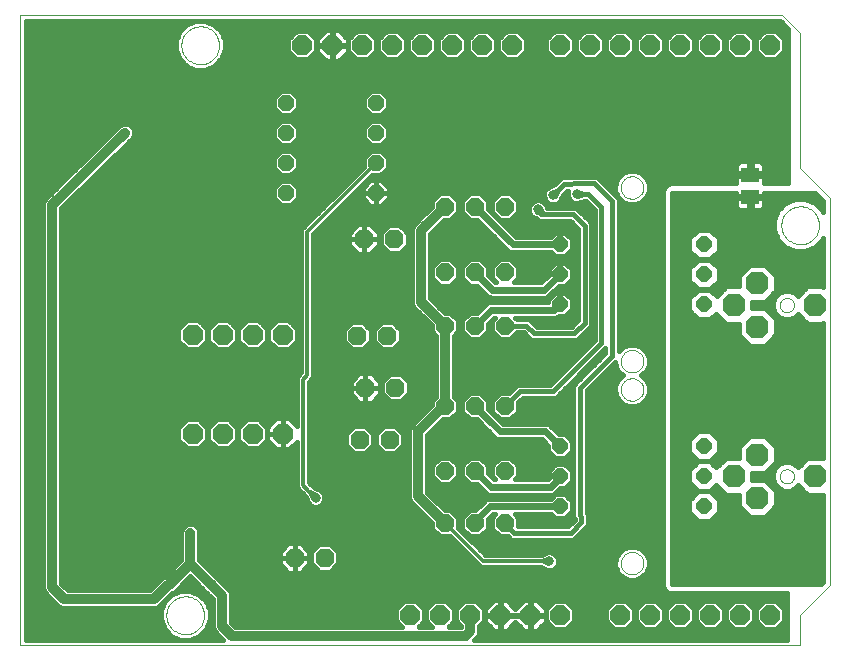
<source format=gbl>
G75*
%MOIN*%
%OFA0B0*%
%FSLAX24Y24*%
%IPPOS*%
%LPD*%
%AMOC8*
5,1,8,0,0,1.08239X$1,22.5*
%
%ADD10OC8,0.0630*%
%ADD11OC8,0.0680*%
%ADD12OC8,0.0600*%
%ADD13OC8,0.0512*%
%ADD14C,0.0000*%
%ADD15OC8,0.0660*%
%ADD16OC8,0.0520*%
%ADD17OC8,0.0760*%
%ADD18R,0.0591X0.0512*%
%ADD19C,0.0320*%
%ADD20C,0.0317*%
%ADD21C,0.0120*%
%ADD22C,0.0160*%
%ADD23C,0.0356*%
%ADD24C,0.0240*%
D10*
X011846Y003413D03*
X012846Y003413D03*
X014011Y007350D03*
X015011Y007350D03*
X015208Y009083D03*
X014208Y009083D03*
X013932Y010815D03*
X014932Y010815D03*
X015169Y014043D03*
X014169Y014043D03*
D11*
X011444Y010851D03*
X010444Y010851D03*
X009444Y010851D03*
X008444Y010851D03*
X008444Y007551D03*
X009444Y007551D03*
X010444Y007551D03*
X011444Y007551D03*
D12*
X016857Y008469D03*
X017857Y008469D03*
X018857Y008469D03*
X018857Y006311D03*
X017857Y006311D03*
X016857Y006311D03*
X016857Y004571D03*
X017857Y004571D03*
X018857Y004571D03*
X018857Y011146D03*
X017857Y011146D03*
X016857Y011146D03*
X016857Y012925D03*
X017857Y012925D03*
X018857Y012925D03*
X018857Y015122D03*
X017857Y015122D03*
X016857Y015122D03*
D13*
X020694Y013862D03*
X020705Y012862D03*
X020694Y011862D03*
X025494Y011862D03*
X025494Y012862D03*
X025494Y013862D03*
X025494Y007130D03*
X025494Y006130D03*
X025494Y005130D03*
X020694Y005130D03*
X020705Y006130D03*
X020694Y007130D03*
D14*
X002700Y000500D02*
X002700Y021500D01*
X028100Y021500D01*
X028700Y020900D01*
X028700Y016400D01*
X029700Y015400D01*
X029700Y002500D01*
X028700Y001500D01*
X028700Y000500D01*
X002700Y000500D01*
X007570Y001500D02*
X007572Y001550D01*
X007578Y001600D01*
X007588Y001649D01*
X007602Y001697D01*
X007619Y001744D01*
X007640Y001789D01*
X007665Y001833D01*
X007693Y001874D01*
X007725Y001913D01*
X007759Y001950D01*
X007796Y001984D01*
X007836Y002014D01*
X007878Y002041D01*
X007922Y002065D01*
X007968Y002086D01*
X008015Y002102D01*
X008063Y002115D01*
X008113Y002124D01*
X008162Y002129D01*
X008213Y002130D01*
X008263Y002127D01*
X008312Y002120D01*
X008361Y002109D01*
X008409Y002094D01*
X008455Y002076D01*
X008500Y002054D01*
X008543Y002028D01*
X008584Y001999D01*
X008623Y001967D01*
X008659Y001932D01*
X008691Y001894D01*
X008721Y001854D01*
X008748Y001811D01*
X008771Y001767D01*
X008790Y001721D01*
X008806Y001673D01*
X008818Y001624D01*
X008826Y001575D01*
X008830Y001525D01*
X008830Y001475D01*
X008826Y001425D01*
X008818Y001376D01*
X008806Y001327D01*
X008790Y001279D01*
X008771Y001233D01*
X008748Y001189D01*
X008721Y001146D01*
X008691Y001106D01*
X008659Y001068D01*
X008623Y001033D01*
X008584Y001001D01*
X008543Y000972D01*
X008500Y000946D01*
X008455Y000924D01*
X008409Y000906D01*
X008361Y000891D01*
X008312Y000880D01*
X008263Y000873D01*
X008213Y000870D01*
X008162Y000871D01*
X008113Y000876D01*
X008063Y000885D01*
X008015Y000898D01*
X007968Y000914D01*
X007922Y000935D01*
X007878Y000959D01*
X007836Y000986D01*
X007796Y001016D01*
X007759Y001050D01*
X007725Y001087D01*
X007693Y001126D01*
X007665Y001167D01*
X007640Y001211D01*
X007619Y001256D01*
X007602Y001303D01*
X007588Y001351D01*
X007578Y001400D01*
X007572Y001450D01*
X007570Y001500D01*
X022720Y003235D02*
X022722Y003273D01*
X022728Y003312D01*
X022738Y003349D01*
X022751Y003385D01*
X022769Y003419D01*
X022789Y003452D01*
X022813Y003482D01*
X022840Y003509D01*
X022870Y003534D01*
X022901Y003556D01*
X022935Y003574D01*
X022971Y003588D01*
X023008Y003599D01*
X023046Y003606D01*
X023084Y003609D01*
X023123Y003608D01*
X023161Y003603D01*
X023199Y003594D01*
X023235Y003581D01*
X023270Y003565D01*
X023303Y003545D01*
X023334Y003522D01*
X023362Y003496D01*
X023387Y003467D01*
X023410Y003436D01*
X023429Y003402D01*
X023444Y003367D01*
X023456Y003330D01*
X023464Y003293D01*
X023468Y003254D01*
X023468Y003216D01*
X023464Y003177D01*
X023456Y003140D01*
X023444Y003103D01*
X023429Y003068D01*
X023410Y003034D01*
X023387Y003003D01*
X023362Y002974D01*
X023334Y002948D01*
X023303Y002925D01*
X023270Y002905D01*
X023235Y002889D01*
X023199Y002876D01*
X023161Y002867D01*
X023123Y002862D01*
X023084Y002861D01*
X023046Y002864D01*
X023008Y002871D01*
X022971Y002882D01*
X022935Y002896D01*
X022901Y002914D01*
X022870Y002936D01*
X022840Y002961D01*
X022813Y002988D01*
X022789Y003018D01*
X022769Y003051D01*
X022751Y003085D01*
X022738Y003121D01*
X022728Y003158D01*
X022722Y003197D01*
X022720Y003235D01*
X028015Y006130D02*
X028017Y006160D01*
X028023Y006190D01*
X028032Y006219D01*
X028045Y006246D01*
X028062Y006271D01*
X028081Y006294D01*
X028104Y006315D01*
X028129Y006332D01*
X028155Y006346D01*
X028184Y006356D01*
X028213Y006363D01*
X028243Y006366D01*
X028274Y006365D01*
X028304Y006360D01*
X028333Y006351D01*
X028360Y006339D01*
X028386Y006324D01*
X028410Y006305D01*
X028431Y006283D01*
X028449Y006259D01*
X028464Y006232D01*
X028475Y006204D01*
X028483Y006175D01*
X028487Y006145D01*
X028487Y006115D01*
X028483Y006085D01*
X028475Y006056D01*
X028464Y006028D01*
X028449Y006001D01*
X028431Y005977D01*
X028410Y005955D01*
X028386Y005936D01*
X028360Y005921D01*
X028333Y005909D01*
X028304Y005900D01*
X028274Y005895D01*
X028243Y005894D01*
X028213Y005897D01*
X028184Y005904D01*
X028155Y005914D01*
X028129Y005928D01*
X028104Y005945D01*
X028081Y005966D01*
X028062Y005989D01*
X028045Y006014D01*
X028032Y006041D01*
X028023Y006070D01*
X028017Y006100D01*
X028015Y006130D01*
X022720Y009025D02*
X022722Y009063D01*
X022728Y009102D01*
X022738Y009139D01*
X022751Y009175D01*
X022769Y009209D01*
X022789Y009242D01*
X022813Y009272D01*
X022840Y009299D01*
X022870Y009324D01*
X022901Y009346D01*
X022935Y009364D01*
X022971Y009378D01*
X023008Y009389D01*
X023046Y009396D01*
X023084Y009399D01*
X023123Y009398D01*
X023161Y009393D01*
X023199Y009384D01*
X023235Y009371D01*
X023270Y009355D01*
X023303Y009335D01*
X023334Y009312D01*
X023362Y009286D01*
X023387Y009257D01*
X023410Y009226D01*
X023429Y009192D01*
X023444Y009157D01*
X023456Y009120D01*
X023464Y009083D01*
X023468Y009044D01*
X023468Y009006D01*
X023464Y008967D01*
X023456Y008930D01*
X023444Y008893D01*
X023429Y008858D01*
X023410Y008824D01*
X023387Y008793D01*
X023362Y008764D01*
X023334Y008738D01*
X023303Y008715D01*
X023270Y008695D01*
X023235Y008679D01*
X023199Y008666D01*
X023161Y008657D01*
X023123Y008652D01*
X023084Y008651D01*
X023046Y008654D01*
X023008Y008661D01*
X022971Y008672D01*
X022935Y008686D01*
X022901Y008704D01*
X022870Y008726D01*
X022840Y008751D01*
X022813Y008778D01*
X022789Y008808D01*
X022769Y008841D01*
X022751Y008875D01*
X022738Y008911D01*
X022728Y008948D01*
X022722Y008987D01*
X022720Y009025D01*
X022720Y009967D02*
X022722Y010005D01*
X022728Y010044D01*
X022738Y010081D01*
X022751Y010117D01*
X022769Y010151D01*
X022789Y010184D01*
X022813Y010214D01*
X022840Y010241D01*
X022870Y010266D01*
X022901Y010288D01*
X022935Y010306D01*
X022971Y010320D01*
X023008Y010331D01*
X023046Y010338D01*
X023084Y010341D01*
X023123Y010340D01*
X023161Y010335D01*
X023199Y010326D01*
X023235Y010313D01*
X023270Y010297D01*
X023303Y010277D01*
X023334Y010254D01*
X023362Y010228D01*
X023387Y010199D01*
X023410Y010168D01*
X023429Y010134D01*
X023444Y010099D01*
X023456Y010062D01*
X023464Y010025D01*
X023468Y009986D01*
X023468Y009948D01*
X023464Y009909D01*
X023456Y009872D01*
X023444Y009835D01*
X023429Y009800D01*
X023410Y009766D01*
X023387Y009735D01*
X023362Y009706D01*
X023334Y009680D01*
X023303Y009657D01*
X023270Y009637D01*
X023235Y009621D01*
X023199Y009608D01*
X023161Y009599D01*
X023123Y009594D01*
X023084Y009593D01*
X023046Y009596D01*
X023008Y009603D01*
X022971Y009614D01*
X022935Y009628D01*
X022901Y009646D01*
X022870Y009668D01*
X022840Y009693D01*
X022813Y009720D01*
X022789Y009750D01*
X022769Y009783D01*
X022751Y009817D01*
X022738Y009853D01*
X022728Y009890D01*
X022722Y009929D01*
X022720Y009967D01*
X028015Y011839D02*
X028017Y011869D01*
X028023Y011899D01*
X028032Y011928D01*
X028045Y011955D01*
X028062Y011980D01*
X028081Y012003D01*
X028104Y012024D01*
X028129Y012041D01*
X028155Y012055D01*
X028184Y012065D01*
X028213Y012072D01*
X028243Y012075D01*
X028274Y012074D01*
X028304Y012069D01*
X028333Y012060D01*
X028360Y012048D01*
X028386Y012033D01*
X028410Y012014D01*
X028431Y011992D01*
X028449Y011968D01*
X028464Y011941D01*
X028475Y011913D01*
X028483Y011884D01*
X028487Y011854D01*
X028487Y011824D01*
X028483Y011794D01*
X028475Y011765D01*
X028464Y011737D01*
X028449Y011710D01*
X028431Y011686D01*
X028410Y011664D01*
X028386Y011645D01*
X028360Y011630D01*
X028333Y011618D01*
X028304Y011609D01*
X028274Y011604D01*
X028243Y011603D01*
X028213Y011606D01*
X028184Y011613D01*
X028155Y011623D01*
X028129Y011637D01*
X028104Y011654D01*
X028081Y011675D01*
X028062Y011698D01*
X028045Y011723D01*
X028032Y011750D01*
X028023Y011779D01*
X028017Y011809D01*
X028015Y011839D01*
X028070Y014500D02*
X028072Y014550D01*
X028078Y014600D01*
X028088Y014649D01*
X028102Y014697D01*
X028119Y014744D01*
X028140Y014789D01*
X028165Y014833D01*
X028193Y014874D01*
X028225Y014913D01*
X028259Y014950D01*
X028296Y014984D01*
X028336Y015014D01*
X028378Y015041D01*
X028422Y015065D01*
X028468Y015086D01*
X028515Y015102D01*
X028563Y015115D01*
X028613Y015124D01*
X028662Y015129D01*
X028713Y015130D01*
X028763Y015127D01*
X028812Y015120D01*
X028861Y015109D01*
X028909Y015094D01*
X028955Y015076D01*
X029000Y015054D01*
X029043Y015028D01*
X029084Y014999D01*
X029123Y014967D01*
X029159Y014932D01*
X029191Y014894D01*
X029221Y014854D01*
X029248Y014811D01*
X029271Y014767D01*
X029290Y014721D01*
X029306Y014673D01*
X029318Y014624D01*
X029326Y014575D01*
X029330Y014525D01*
X029330Y014475D01*
X029326Y014425D01*
X029318Y014376D01*
X029306Y014327D01*
X029290Y014279D01*
X029271Y014233D01*
X029248Y014189D01*
X029221Y014146D01*
X029191Y014106D01*
X029159Y014068D01*
X029123Y014033D01*
X029084Y014001D01*
X029043Y013972D01*
X029000Y013946D01*
X028955Y013924D01*
X028909Y013906D01*
X028861Y013891D01*
X028812Y013880D01*
X028763Y013873D01*
X028713Y013870D01*
X028662Y013871D01*
X028613Y013876D01*
X028563Y013885D01*
X028515Y013898D01*
X028468Y013914D01*
X028422Y013935D01*
X028378Y013959D01*
X028336Y013986D01*
X028296Y014016D01*
X028259Y014050D01*
X028225Y014087D01*
X028193Y014126D01*
X028165Y014167D01*
X028140Y014211D01*
X028119Y014256D01*
X028102Y014303D01*
X028088Y014351D01*
X028078Y014400D01*
X028072Y014450D01*
X028070Y014500D01*
X022720Y015757D02*
X022722Y015795D01*
X022728Y015834D01*
X022738Y015871D01*
X022751Y015907D01*
X022769Y015941D01*
X022789Y015974D01*
X022813Y016004D01*
X022840Y016031D01*
X022870Y016056D01*
X022901Y016078D01*
X022935Y016096D01*
X022971Y016110D01*
X023008Y016121D01*
X023046Y016128D01*
X023084Y016131D01*
X023123Y016130D01*
X023161Y016125D01*
X023199Y016116D01*
X023235Y016103D01*
X023270Y016087D01*
X023303Y016067D01*
X023334Y016044D01*
X023362Y016018D01*
X023387Y015989D01*
X023410Y015958D01*
X023429Y015924D01*
X023444Y015889D01*
X023456Y015852D01*
X023464Y015815D01*
X023468Y015776D01*
X023468Y015738D01*
X023464Y015699D01*
X023456Y015662D01*
X023444Y015625D01*
X023429Y015590D01*
X023410Y015556D01*
X023387Y015525D01*
X023362Y015496D01*
X023334Y015470D01*
X023303Y015447D01*
X023270Y015427D01*
X023235Y015411D01*
X023199Y015398D01*
X023161Y015389D01*
X023123Y015384D01*
X023084Y015383D01*
X023046Y015386D01*
X023008Y015393D01*
X022971Y015404D01*
X022935Y015418D01*
X022901Y015436D01*
X022870Y015458D01*
X022840Y015483D01*
X022813Y015510D01*
X022789Y015540D01*
X022769Y015573D01*
X022751Y015607D01*
X022738Y015643D01*
X022728Y015680D01*
X022722Y015719D01*
X022720Y015757D01*
X008070Y020500D02*
X008072Y020550D01*
X008078Y020600D01*
X008088Y020649D01*
X008102Y020697D01*
X008119Y020744D01*
X008140Y020789D01*
X008165Y020833D01*
X008193Y020874D01*
X008225Y020913D01*
X008259Y020950D01*
X008296Y020984D01*
X008336Y021014D01*
X008378Y021041D01*
X008422Y021065D01*
X008468Y021086D01*
X008515Y021102D01*
X008563Y021115D01*
X008613Y021124D01*
X008662Y021129D01*
X008713Y021130D01*
X008763Y021127D01*
X008812Y021120D01*
X008861Y021109D01*
X008909Y021094D01*
X008955Y021076D01*
X009000Y021054D01*
X009043Y021028D01*
X009084Y020999D01*
X009123Y020967D01*
X009159Y020932D01*
X009191Y020894D01*
X009221Y020854D01*
X009248Y020811D01*
X009271Y020767D01*
X009290Y020721D01*
X009306Y020673D01*
X009318Y020624D01*
X009326Y020575D01*
X009330Y020525D01*
X009330Y020475D01*
X009326Y020425D01*
X009318Y020376D01*
X009306Y020327D01*
X009290Y020279D01*
X009271Y020233D01*
X009248Y020189D01*
X009221Y020146D01*
X009191Y020106D01*
X009159Y020068D01*
X009123Y020033D01*
X009084Y020001D01*
X009043Y019972D01*
X009000Y019946D01*
X008955Y019924D01*
X008909Y019906D01*
X008861Y019891D01*
X008812Y019880D01*
X008763Y019873D01*
X008713Y019870D01*
X008662Y019871D01*
X008613Y019876D01*
X008563Y019885D01*
X008515Y019898D01*
X008468Y019914D01*
X008422Y019935D01*
X008378Y019959D01*
X008336Y019986D01*
X008296Y020016D01*
X008259Y020050D01*
X008225Y020087D01*
X008193Y020126D01*
X008165Y020167D01*
X008140Y020211D01*
X008119Y020256D01*
X008102Y020303D01*
X008088Y020351D01*
X008078Y020400D01*
X008072Y020450D01*
X008070Y020500D01*
D15*
X012100Y020500D03*
X013100Y020500D03*
X014100Y020500D03*
X015100Y020500D03*
X016100Y020500D03*
X017100Y020500D03*
X018100Y020500D03*
X019100Y020500D03*
X020700Y020500D03*
X021700Y020500D03*
X022700Y020500D03*
X023700Y020500D03*
X024700Y020500D03*
X025700Y020500D03*
X026700Y020500D03*
X027700Y020500D03*
X027700Y001500D03*
X026700Y001500D03*
X025700Y001500D03*
X024700Y001500D03*
X023700Y001500D03*
X022700Y001500D03*
X020700Y001500D03*
X019700Y001500D03*
X018700Y001500D03*
X017700Y001500D03*
X016700Y001500D03*
X015700Y001500D03*
D16*
X014554Y015575D03*
X014554Y016575D03*
X014554Y017575D03*
X014554Y018575D03*
X011554Y018575D03*
X011554Y017575D03*
X011554Y016575D03*
X011554Y015575D03*
D17*
X026480Y011839D03*
X027267Y012567D03*
X029196Y011839D03*
X027267Y011110D03*
X027267Y006858D03*
X026480Y006130D03*
X027267Y005402D03*
X029196Y006130D03*
D18*
X027031Y015441D03*
X027031Y016189D03*
D19*
X016857Y015122D02*
X016850Y015122D01*
X016204Y014476D01*
X016046Y014319D01*
X016046Y011957D01*
X016857Y011146D01*
X016857Y008469D01*
X016810Y008469D01*
X015968Y007626D01*
X015968Y005461D01*
X016857Y004571D01*
X017700Y001500D02*
X017700Y000972D01*
X017543Y000815D01*
X009747Y000815D01*
X009432Y001130D01*
X009432Y002154D01*
X009078Y002508D01*
X008369Y003217D01*
X007661Y002508D01*
X007621Y002508D01*
X007149Y002035D01*
X004157Y002035D01*
X003763Y002429D01*
X003763Y015185D01*
X006204Y017587D01*
X008369Y004240D02*
X008369Y003965D01*
X008369Y003217D01*
D20*
X008369Y004240D03*
X009275Y004437D03*
X012543Y005421D03*
X012543Y006406D03*
X020338Y003295D03*
X007385Y012154D03*
X006558Y012154D03*
X009354Y014240D03*
X009235Y015697D03*
X006204Y017587D03*
X005298Y018138D03*
X009511Y018177D03*
X012818Y012862D03*
X018133Y017823D03*
X020456Y015500D03*
X021243Y015539D03*
X019944Y015028D03*
X021676Y017823D03*
X022739Y017862D03*
X024708Y017783D03*
X025731Y016130D03*
D21*
X014554Y016575D02*
X012267Y014287D01*
X012267Y009516D01*
X012109Y009358D01*
X012109Y005854D01*
X012306Y005657D01*
X012543Y005421D01*
X012578Y005513D01*
X012369Y005595D01*
X012451Y005385D01*
X012543Y005421D01*
X016857Y004571D02*
X018133Y003295D01*
X020338Y003295D01*
X020298Y003385D01*
X020092Y003295D01*
X020298Y003205D01*
X020338Y003295D01*
D22*
X020619Y003195D02*
X022540Y003195D01*
X022540Y003125D02*
X022624Y002921D01*
X022780Y002765D01*
X022983Y002681D01*
X023204Y002681D01*
X023408Y002765D01*
X023563Y002921D01*
X023648Y003125D01*
X023648Y003345D01*
X023563Y003549D01*
X023408Y003705D01*
X023204Y003789D01*
X022983Y003789D01*
X022780Y003705D01*
X022624Y003549D01*
X022540Y003345D01*
X022540Y003125D01*
X022576Y003036D02*
X020492Y003036D01*
X020507Y003042D02*
X020591Y003126D01*
X020636Y003236D01*
X020636Y003355D01*
X020591Y003464D01*
X020507Y003548D01*
X020397Y003594D01*
X020315Y003594D01*
X020294Y003602D01*
X020221Y003570D01*
X020169Y003548D01*
X020167Y003546D01*
X020165Y003546D01*
X020050Y003495D01*
X018216Y003495D01*
X017297Y004414D01*
X017297Y004753D01*
X017040Y005011D01*
X016842Y005011D01*
X016268Y005585D01*
X016268Y007502D01*
X016794Y008029D01*
X017040Y008029D01*
X017297Y008286D01*
X017297Y008651D01*
X017157Y008791D01*
X017157Y010823D01*
X017297Y010963D01*
X017297Y011328D01*
X017040Y011586D01*
X016842Y011586D01*
X016346Y012081D01*
X016346Y014195D01*
X016458Y014306D01*
X016834Y014682D01*
X017040Y014682D01*
X017297Y014940D01*
X017297Y015304D01*
X017040Y015562D01*
X016675Y015562D01*
X016417Y015304D01*
X016417Y015114D01*
X016034Y014731D01*
X015877Y014573D01*
X015792Y014489D01*
X015746Y014379D01*
X015746Y011897D01*
X015792Y011787D01*
X016417Y011161D01*
X016417Y010963D01*
X016557Y010823D01*
X016557Y008791D01*
X016417Y008651D01*
X016417Y008500D01*
X015798Y007880D01*
X015713Y007796D01*
X015668Y007686D01*
X015668Y005401D01*
X015713Y005291D01*
X016417Y004587D01*
X016417Y004389D01*
X016675Y004131D01*
X017015Y004131D01*
X018050Y003095D01*
X020050Y003095D01*
X020167Y003044D01*
X020169Y003042D01*
X020221Y003021D01*
X020292Y002990D01*
X020294Y002989D01*
X020299Y002990D01*
X020315Y002997D01*
X020397Y002997D01*
X020507Y003042D01*
X020184Y003036D02*
X013112Y003036D01*
X013034Y002958D02*
X013301Y003225D01*
X013301Y003602D01*
X013034Y003868D01*
X012657Y003868D01*
X012391Y003602D01*
X012391Y003225D01*
X012657Y002958D01*
X013034Y002958D01*
X013270Y003195D02*
X017951Y003195D01*
X017792Y003353D02*
X013301Y003353D01*
X013301Y003512D02*
X017634Y003512D01*
X017475Y003670D02*
X013233Y003670D01*
X013074Y003829D02*
X017317Y003829D01*
X017158Y003987D02*
X008669Y003987D01*
X008669Y003829D02*
X011561Y003829D01*
X011641Y003908D02*
X011351Y003618D01*
X011351Y003413D01*
X011351Y003208D01*
X011641Y002918D01*
X011846Y002918D01*
X012051Y002918D01*
X012341Y003208D01*
X012341Y003413D01*
X011846Y003413D01*
X011846Y003413D01*
X011846Y002918D01*
X011846Y003413D01*
X011846Y003413D01*
X012341Y003413D01*
X012341Y003618D01*
X012051Y003908D01*
X011846Y003908D01*
X011846Y003413D01*
X011351Y003413D01*
X011846Y003413D01*
X011846Y003413D01*
X011846Y003413D01*
X011846Y003908D01*
X011641Y003908D01*
X011846Y003829D02*
X011846Y003829D01*
X011846Y003670D02*
X011846Y003670D01*
X011846Y003512D02*
X011846Y003512D01*
X011846Y003353D02*
X011846Y003353D01*
X011846Y003195D02*
X011846Y003195D01*
X011846Y003036D02*
X011846Y003036D01*
X012168Y003036D02*
X012580Y003036D01*
X012421Y003195D02*
X012327Y003195D01*
X012341Y003353D02*
X012391Y003353D01*
X012391Y003512D02*
X012341Y003512D01*
X012289Y003670D02*
X012459Y003670D01*
X012617Y003829D02*
X012131Y003829D01*
X011402Y003670D02*
X008669Y003670D01*
X008669Y003512D02*
X011351Y003512D01*
X011351Y003353D02*
X008669Y003353D01*
X008669Y003341D02*
X008669Y004300D01*
X008624Y004410D01*
X008539Y004494D01*
X008429Y004540D01*
X008310Y004540D01*
X008199Y004494D01*
X008115Y004410D01*
X008069Y004300D01*
X008069Y003341D01*
X007519Y002790D01*
X007451Y002762D01*
X007025Y002335D01*
X004281Y002335D01*
X004063Y002553D01*
X004063Y015059D01*
X006457Y017415D01*
X006503Y017525D01*
X006504Y017644D01*
X006460Y017754D01*
X006376Y017840D01*
X006266Y017886D01*
X006147Y017887D01*
X006036Y017842D01*
X003594Y015440D01*
X003593Y015439D01*
X003552Y015398D01*
X003510Y015357D01*
X003510Y015356D01*
X003509Y015355D01*
X003486Y015301D01*
X003463Y015247D01*
X003463Y015246D01*
X003463Y015245D01*
X003463Y015186D01*
X003463Y015128D01*
X003463Y015127D01*
X003463Y002369D01*
X003509Y002259D01*
X003593Y002175D01*
X003987Y001781D01*
X004097Y001735D01*
X007208Y001735D01*
X007319Y001781D01*
X007403Y001865D01*
X007763Y002226D01*
X007831Y002254D01*
X008369Y002792D01*
X008908Y002254D01*
X009132Y002029D01*
X009132Y001070D01*
X009178Y000960D01*
X009262Y000876D01*
X009458Y000680D01*
X002880Y000680D01*
X002880Y021320D01*
X028025Y021320D01*
X028290Y021056D01*
X028280Y015899D01*
X027503Y015899D01*
X027506Y015909D01*
X027506Y016141D01*
X027079Y016141D01*
X027079Y016237D01*
X027506Y016237D01*
X027506Y016469D01*
X027494Y016514D01*
X027470Y016555D01*
X027437Y016589D01*
X027395Y016613D01*
X027350Y016625D01*
X027079Y016625D01*
X027079Y016237D01*
X026983Y016237D01*
X026983Y016625D01*
X026712Y016625D01*
X026666Y016613D01*
X026625Y016589D01*
X026591Y016555D01*
X026568Y016514D01*
X026555Y016469D01*
X026555Y016237D01*
X026983Y016237D01*
X026983Y016141D01*
X026555Y016141D01*
X026555Y015909D01*
X026558Y015899D01*
X024369Y015899D01*
X024251Y015850D01*
X024161Y015760D01*
X024112Y015642D01*
X024112Y002484D01*
X024161Y002366D01*
X024251Y002276D01*
X024369Y002227D01*
X028255Y002227D01*
X028252Y000680D01*
X017832Y000680D01*
X017954Y000803D01*
X018000Y000913D01*
X018000Y001135D01*
X018170Y001305D01*
X018170Y001695D01*
X017895Y001970D01*
X017505Y001970D01*
X017230Y001695D01*
X017230Y001305D01*
X017400Y001135D01*
X017400Y001115D01*
X016980Y001115D01*
X017170Y001305D01*
X017170Y001695D01*
X016895Y001970D01*
X016505Y001970D01*
X016230Y001695D01*
X016230Y001305D01*
X016420Y001115D01*
X015980Y001115D01*
X016170Y001305D01*
X016170Y001695D01*
X015895Y001970D01*
X015505Y001970D01*
X015230Y001695D01*
X015230Y001305D01*
X015420Y001115D01*
X009872Y001115D01*
X009732Y001254D01*
X009732Y002213D01*
X009687Y002323D01*
X009332Y002678D01*
X008669Y003341D01*
X008816Y003195D02*
X011365Y003195D01*
X011523Y003036D02*
X008974Y003036D01*
X009133Y002878D02*
X022668Y002878D01*
X022892Y002719D02*
X009291Y002719D01*
X009450Y002561D02*
X024112Y002561D01*
X024112Y002719D02*
X023296Y002719D01*
X023520Y002878D02*
X024112Y002878D01*
X024112Y003036D02*
X023611Y003036D01*
X023648Y003195D02*
X024112Y003195D01*
X024112Y003353D02*
X023644Y003353D01*
X023579Y003512D02*
X024112Y003512D01*
X024112Y003670D02*
X023442Y003670D01*
X022745Y003670D02*
X018041Y003670D01*
X017883Y003829D02*
X024112Y003829D01*
X024112Y003987D02*
X017724Y003987D01*
X017675Y004131D02*
X018040Y004131D01*
X018297Y004389D01*
X018297Y004706D01*
X018461Y004870D01*
X018534Y004870D01*
X018417Y004753D01*
X018417Y004389D01*
X018675Y004131D01*
X018955Y004131D01*
X019066Y004020D01*
X021138Y004020D01*
X021492Y004374D01*
X021621Y004503D01*
X021621Y004882D01*
X021581Y004922D01*
X021581Y008992D01*
X022516Y009926D01*
X022540Y009950D01*
X022540Y009857D01*
X022624Y009653D01*
X022780Y009498D01*
X022783Y009496D01*
X022780Y009495D01*
X022624Y009339D01*
X022540Y009135D01*
X022540Y008915D01*
X022624Y008711D01*
X022780Y008555D01*
X022983Y008471D01*
X023204Y008471D01*
X023408Y008555D01*
X023563Y008711D01*
X023648Y008915D01*
X023648Y009135D01*
X023563Y009339D01*
X023408Y009495D01*
X023404Y009496D01*
X023408Y009498D01*
X023563Y009653D01*
X023648Y009857D01*
X023648Y010077D01*
X023563Y010281D01*
X023408Y010437D01*
X023204Y010521D01*
X022983Y010521D01*
X022780Y010437D01*
X022644Y010301D01*
X022644Y015394D01*
X022516Y015523D01*
X022329Y015709D01*
X021925Y016114D01*
X021367Y016114D01*
X021362Y016118D01*
X021277Y016114D01*
X021192Y016114D01*
X021187Y016109D01*
X020903Y016094D01*
X020739Y016094D01*
X020511Y015866D01*
X020473Y015853D01*
X020466Y015838D01*
X020332Y015772D01*
X020287Y015753D01*
X020279Y015746D01*
X020242Y015727D01*
X020242Y015727D01*
X020242Y015727D01*
X020232Y015698D01*
X020203Y015669D01*
X020157Y015559D01*
X020157Y015441D01*
X020203Y015331D01*
X020287Y015247D01*
X020397Y015202D01*
X020515Y015202D01*
X020625Y015247D01*
X020654Y015276D01*
X020683Y015286D01*
X020701Y015324D01*
X020709Y015331D01*
X020728Y015376D01*
X020794Y015510D01*
X020809Y015518D01*
X020822Y015555D01*
X020921Y015654D01*
X020968Y015654D01*
X020945Y015599D01*
X020945Y015480D01*
X020990Y015370D01*
X021074Y015286D01*
X021184Y015241D01*
X021225Y015241D01*
X021252Y015227D01*
X021292Y015241D01*
X021303Y015241D01*
X021348Y015260D01*
X021404Y015279D01*
X021489Y015307D01*
X021506Y015302D01*
X021541Y015319D01*
X021546Y015319D01*
X021850Y015015D01*
X021850Y010670D01*
X020365Y009185D01*
X019262Y009185D01*
X018986Y008909D01*
X018675Y008909D01*
X018417Y008651D01*
X018417Y008286D01*
X018675Y008029D01*
X019040Y008029D01*
X019297Y008286D01*
X019297Y008597D01*
X019445Y008745D01*
X020547Y008745D01*
X022204Y010402D01*
X022204Y010237D01*
X021141Y009174D01*
X021141Y004740D01*
X021181Y004700D01*
X021181Y004686D01*
X020955Y004460D01*
X019297Y004460D01*
X019297Y004753D01*
X019181Y004870D01*
X020394Y004870D01*
X020530Y004734D01*
X020858Y004734D01*
X021090Y004966D01*
X021090Y005294D01*
X020858Y005526D01*
X020530Y005526D01*
X020394Y005390D01*
X018302Y005390D01*
X018206Y005350D01*
X018110Y005254D01*
X017867Y005011D01*
X017675Y005011D01*
X017417Y004753D01*
X017417Y004389D01*
X017675Y004131D01*
X017661Y004146D02*
X017566Y004146D01*
X017502Y004304D02*
X017407Y004304D01*
X017417Y004463D02*
X017297Y004463D01*
X017297Y004621D02*
X017417Y004621D01*
X017444Y004780D02*
X017271Y004780D01*
X017113Y004938D02*
X017602Y004938D01*
X017952Y005097D02*
X016756Y005097D01*
X016598Y005255D02*
X018111Y005255D01*
X018246Y005555D02*
X018341Y005516D01*
X020429Y005516D01*
X020524Y005555D01*
X020598Y005628D01*
X020703Y005734D01*
X020869Y005734D01*
X021101Y005966D01*
X021101Y006294D01*
X020869Y006526D01*
X020541Y006526D01*
X020309Y006294D01*
X020309Y006075D01*
X020269Y006036D01*
X019204Y006036D01*
X019297Y006129D01*
X019297Y006493D01*
X019040Y006751D01*
X018675Y006751D01*
X018417Y006493D01*
X018417Y006129D01*
X018511Y006036D01*
X018501Y006036D01*
X018297Y006239D01*
X018297Y006493D01*
X018040Y006751D01*
X017675Y006751D01*
X017417Y006493D01*
X017417Y006129D01*
X017675Y005871D01*
X017930Y005871D01*
X018246Y005555D01*
X018229Y005572D02*
X016281Y005572D01*
X016268Y005731D02*
X018070Y005731D01*
X017657Y005889D02*
X017058Y005889D01*
X017040Y005871D02*
X017297Y006129D01*
X017297Y006493D01*
X017040Y006751D01*
X016675Y006751D01*
X016417Y006493D01*
X016417Y006129D01*
X016675Y005871D01*
X017040Y005871D01*
X017216Y006048D02*
X017499Y006048D01*
X017417Y006206D02*
X017297Y006206D01*
X017297Y006365D02*
X017417Y006365D01*
X017447Y006523D02*
X017268Y006523D01*
X017109Y006682D02*
X017606Y006682D01*
X018109Y006682D02*
X018606Y006682D01*
X018447Y006523D02*
X018268Y006523D01*
X018297Y006365D02*
X018417Y006365D01*
X018417Y006206D02*
X018330Y006206D01*
X018489Y006048D02*
X018499Y006048D01*
X019216Y006048D02*
X020281Y006048D01*
X020309Y006206D02*
X019297Y006206D01*
X019297Y006365D02*
X020379Y006365D01*
X020538Y006523D02*
X019268Y006523D01*
X019109Y006682D02*
X021141Y006682D01*
X021141Y006840D02*
X020964Y006840D01*
X020858Y006734D02*
X020530Y006734D01*
X020298Y006966D01*
X020298Y007158D01*
X020090Y007366D01*
X018633Y007366D01*
X018537Y007406D01*
X018464Y007479D01*
X018228Y007715D01*
X017914Y008029D01*
X017675Y008029D01*
X017417Y008286D01*
X017417Y008651D01*
X017675Y008909D01*
X018040Y008909D01*
X018297Y008651D01*
X018297Y008380D01*
X018595Y008083D01*
X018792Y007886D01*
X020249Y007886D01*
X020345Y007846D01*
X020665Y007526D01*
X020858Y007526D01*
X021090Y007294D01*
X021090Y006966D01*
X020858Y006734D01*
X020871Y006523D02*
X021141Y006523D01*
X021141Y006365D02*
X021030Y006365D01*
X021101Y006206D02*
X021141Y006206D01*
X021141Y006048D02*
X021101Y006048D01*
X021141Y005889D02*
X021024Y005889D01*
X021141Y005731D02*
X020700Y005731D01*
X020541Y005572D02*
X021141Y005572D01*
X021141Y005414D02*
X020970Y005414D01*
X021090Y005255D02*
X021141Y005255D01*
X021141Y005097D02*
X021090Y005097D01*
X021062Y004938D02*
X021141Y004938D01*
X021141Y004780D02*
X020903Y004780D01*
X021116Y004621D02*
X019297Y004621D01*
X019297Y004463D02*
X020958Y004463D01*
X021046Y004240D02*
X021401Y004594D01*
X021401Y004791D01*
X021361Y004831D01*
X021361Y008256D01*
X021361Y009083D01*
X022424Y010146D01*
X022424Y015303D01*
X022109Y015618D01*
X021834Y015894D01*
X021283Y015894D01*
X020909Y015874D01*
X020830Y015874D01*
X020456Y015500D01*
X020526Y015465D01*
X020630Y015674D01*
X020421Y015570D01*
X020456Y015500D01*
X020175Y015399D02*
X019203Y015399D01*
X019297Y015304D02*
X019040Y015562D01*
X018675Y015562D01*
X018417Y015304D01*
X018417Y014940D01*
X018675Y014682D01*
X019040Y014682D01*
X019297Y014940D01*
X019297Y015304D01*
X019297Y015241D02*
X019735Y015241D01*
X019775Y015281D02*
X019691Y015197D01*
X019646Y015087D01*
X019646Y014968D01*
X019691Y014859D01*
X019738Y014811D01*
X019751Y014782D01*
X019833Y014751D01*
X019885Y014729D01*
X019888Y014729D01*
X019894Y014727D01*
X019971Y014650D01*
X020092Y014650D01*
X020139Y014632D01*
X020154Y014639D01*
X020171Y014635D01*
X020195Y014650D01*
X021034Y014650D01*
X021299Y014385D01*
X021299Y011339D01*
X021073Y011114D01*
X019917Y011114D01*
X019665Y011366D01*
X019260Y011366D01*
X019204Y011421D01*
X020547Y011421D01*
X020643Y011461D01*
X020648Y011466D01*
X020858Y011466D01*
X021090Y011698D01*
X021090Y012026D01*
X020858Y012258D01*
X020530Y012258D01*
X020298Y012026D01*
X020298Y011941D01*
X018341Y011941D01*
X018246Y011902D01*
X017930Y011586D01*
X017675Y011586D01*
X017417Y011328D01*
X017417Y010963D01*
X017675Y010706D01*
X018040Y010706D01*
X018297Y010963D01*
X018297Y011218D01*
X018501Y011421D01*
X018511Y011421D01*
X018417Y011328D01*
X018417Y010963D01*
X018675Y010706D01*
X019040Y010706D01*
X019260Y010926D01*
X019483Y010926D01*
X019606Y010803D01*
X019735Y010674D01*
X021256Y010674D01*
X021385Y010803D01*
X021739Y011157D01*
X021739Y014568D01*
X021610Y014696D01*
X021216Y015090D01*
X020256Y015090D01*
X020211Y015164D01*
X020197Y015197D01*
X020180Y015214D01*
X020150Y015262D01*
X020126Y015267D01*
X020113Y015281D01*
X020003Y015326D01*
X019885Y015326D01*
X019775Y015281D01*
X019646Y015082D02*
X019297Y015082D01*
X019281Y014924D02*
X019664Y014924D01*
X019796Y014765D02*
X019123Y014765D01*
X018899Y014448D02*
X021236Y014448D01*
X021299Y014290D02*
X019058Y014290D01*
X019216Y014131D02*
X020403Y014131D01*
X020394Y014122D02*
X019225Y014122D01*
X018297Y015050D01*
X018297Y015304D01*
X018040Y015562D01*
X017675Y015562D01*
X017417Y015304D01*
X017417Y014940D01*
X017675Y014682D01*
X017930Y014682D01*
X018970Y013642D01*
X019066Y013602D01*
X020394Y013602D01*
X020530Y013466D01*
X020858Y013466D01*
X021090Y013698D01*
X021090Y014026D01*
X020858Y014258D01*
X020530Y014258D01*
X020394Y014122D01*
X020985Y014131D02*
X021299Y014131D01*
X021299Y013973D02*
X021090Y013973D01*
X021090Y013814D02*
X021299Y013814D01*
X021299Y013656D02*
X021047Y013656D01*
X020888Y013497D02*
X021299Y013497D01*
X021299Y013339D02*
X019066Y013339D01*
X019040Y013365D02*
X018675Y013365D01*
X018417Y013107D01*
X018417Y012743D01*
X018550Y012610D01*
X018522Y012610D01*
X018297Y012851D01*
X018297Y013107D01*
X018040Y013365D01*
X017675Y013365D01*
X017417Y013107D01*
X017417Y012743D01*
X017675Y012485D01*
X017928Y012485D01*
X018186Y012208D01*
X018188Y012203D01*
X018222Y012170D01*
X018254Y012135D01*
X018258Y012133D01*
X018261Y012130D01*
X018305Y012112D01*
X018348Y012092D01*
X018353Y012092D01*
X018357Y012090D01*
X018404Y012090D01*
X018451Y012089D01*
X018456Y012090D01*
X020149Y012090D01*
X020196Y012089D01*
X020200Y012090D01*
X020205Y012090D01*
X020249Y012108D01*
X020293Y012125D01*
X020296Y012128D01*
X020301Y012130D01*
X020334Y012163D01*
X020660Y012466D01*
X020869Y012466D01*
X021101Y012698D01*
X021101Y013026D01*
X020869Y013258D01*
X020541Y013258D01*
X020309Y013026D01*
X020309Y012849D01*
X020051Y012610D01*
X019165Y012610D01*
X019297Y012743D01*
X019297Y013107D01*
X019040Y013365D01*
X019225Y013180D02*
X020463Y013180D01*
X020309Y013022D02*
X019297Y013022D01*
X019297Y012863D02*
X020309Y012863D01*
X020153Y012705D02*
X019259Y012705D01*
X018456Y012705D02*
X018434Y012705D01*
X018417Y012863D02*
X018297Y012863D01*
X018297Y013022D02*
X018417Y013022D01*
X018490Y013180D02*
X018225Y013180D01*
X018066Y013339D02*
X018649Y013339D01*
X018956Y013656D02*
X016346Y013656D01*
X016346Y013814D02*
X018798Y013814D01*
X018639Y013973D02*
X016346Y013973D01*
X016346Y014131D02*
X018481Y014131D01*
X018322Y014290D02*
X016441Y014290D01*
X016600Y014448D02*
X018164Y014448D01*
X018005Y014607D02*
X016758Y014607D01*
X017123Y014765D02*
X017592Y014765D01*
X017434Y014924D02*
X017281Y014924D01*
X017297Y015082D02*
X017417Y015082D01*
X017417Y015241D02*
X017297Y015241D01*
X017203Y015399D02*
X017512Y015399D01*
X017671Y015558D02*
X017044Y015558D01*
X016671Y015558D02*
X014994Y015558D01*
X014994Y015575D02*
X014554Y015575D01*
X014554Y015575D01*
X014114Y015575D01*
X014114Y015757D01*
X014372Y016015D01*
X014554Y016015D01*
X014554Y015575D01*
X014554Y015575D01*
X014114Y015575D01*
X014114Y015393D01*
X014372Y015135D01*
X014554Y015135D01*
X014554Y015575D01*
X014554Y016015D01*
X014737Y016015D01*
X014994Y015757D01*
X014994Y015575D01*
X014554Y015575D01*
X014554Y015575D01*
X014554Y015575D01*
X014554Y015135D01*
X014737Y015135D01*
X014994Y015393D01*
X014994Y015575D01*
X014994Y015716D02*
X020238Y015716D01*
X020157Y015558D02*
X019044Y015558D01*
X018671Y015558D02*
X018044Y015558D01*
X018203Y015399D02*
X018512Y015399D01*
X018417Y015241D02*
X018297Y015241D01*
X018297Y015082D02*
X018417Y015082D01*
X018424Y014924D02*
X018434Y014924D01*
X018582Y014765D02*
X018592Y014765D01*
X018741Y014607D02*
X021078Y014607D01*
X021125Y014870D02*
X021519Y014476D01*
X021519Y011248D01*
X021165Y010894D01*
X019826Y010894D01*
X019574Y011146D01*
X018857Y011146D01*
X018417Y011120D02*
X018297Y011120D01*
X018295Y010961D02*
X018420Y010961D01*
X018578Y010803D02*
X018137Y010803D01*
X018358Y011278D02*
X018417Y011278D01*
X018098Y011754D02*
X016674Y011754D01*
X016515Y011912D02*
X018271Y011912D01*
X017939Y011595D02*
X016832Y011595D01*
X017189Y011437D02*
X017526Y011437D01*
X017417Y011278D02*
X017297Y011278D01*
X017297Y011120D02*
X017417Y011120D01*
X017420Y010961D02*
X017295Y010961D01*
X017157Y010803D02*
X017578Y010803D01*
X017157Y010644D02*
X021824Y010644D01*
X021850Y010803D02*
X021385Y010803D01*
X021385Y010803D01*
X021543Y010961D02*
X021850Y010961D01*
X021850Y011120D02*
X021702Y011120D01*
X021739Y011278D02*
X021850Y011278D01*
X021850Y011437D02*
X021739Y011437D01*
X021739Y011595D02*
X021850Y011595D01*
X021850Y011754D02*
X021739Y011754D01*
X021739Y011912D02*
X021850Y011912D01*
X021850Y012071D02*
X021739Y012071D01*
X021739Y012229D02*
X021850Y012229D01*
X021850Y012388D02*
X021739Y012388D01*
X021739Y012546D02*
X021850Y012546D01*
X021850Y012705D02*
X021739Y012705D01*
X021739Y012863D02*
X021850Y012863D01*
X021850Y013022D02*
X021739Y013022D01*
X021739Y013180D02*
X021850Y013180D01*
X021850Y013339D02*
X021739Y013339D01*
X021739Y013497D02*
X021850Y013497D01*
X021850Y013656D02*
X021739Y013656D01*
X021739Y013814D02*
X021850Y013814D01*
X021850Y013973D02*
X021739Y013973D01*
X021739Y014131D02*
X021850Y014131D01*
X021850Y014290D02*
X021739Y014290D01*
X021739Y014448D02*
X021850Y014448D01*
X021850Y014607D02*
X021700Y014607D01*
X021850Y014765D02*
X021541Y014765D01*
X021383Y014924D02*
X021850Y014924D01*
X021783Y015082D02*
X021224Y015082D01*
X021226Y015241D02*
X020609Y015241D01*
X020683Y015286D02*
X020683Y015286D01*
X020683Y015286D01*
X020739Y015399D02*
X020978Y015399D01*
X020945Y015558D02*
X020825Y015558D01*
X021243Y015539D02*
X021268Y015465D01*
X021489Y015539D01*
X021268Y015614D01*
X021243Y015539D01*
X021637Y015539D01*
X022070Y015106D01*
X022070Y010579D01*
X020456Y008965D01*
X019354Y008965D01*
X018857Y008469D01*
X019297Y008425D02*
X021141Y008425D01*
X021141Y008267D02*
X019278Y008267D01*
X019119Y008108D02*
X021141Y008108D01*
X021141Y007950D02*
X018728Y007950D01*
X018596Y008108D02*
X018570Y008108D01*
X018437Y008267D02*
X018411Y008267D01*
X018417Y008425D02*
X018297Y008425D01*
X018297Y008584D02*
X018417Y008584D01*
X018509Y008742D02*
X018206Y008742D01*
X018048Y008901D02*
X018667Y008901D01*
X019137Y009059D02*
X017157Y009059D01*
X017157Y008901D02*
X017667Y008901D01*
X017509Y008742D02*
X017206Y008742D01*
X017297Y008584D02*
X017417Y008584D01*
X017417Y008425D02*
X017297Y008425D01*
X017278Y008267D02*
X017437Y008267D01*
X017596Y008108D02*
X017119Y008108D01*
X016716Y007950D02*
X017993Y007950D01*
X018152Y007791D02*
X016557Y007791D01*
X016399Y007633D02*
X018310Y007633D01*
X018469Y007474D02*
X016268Y007474D01*
X016268Y007316D02*
X020140Y007316D01*
X020298Y007157D02*
X016268Y007157D01*
X016268Y006999D02*
X020298Y006999D01*
X020424Y006840D02*
X016268Y006840D01*
X016268Y006682D02*
X016606Y006682D01*
X016447Y006523D02*
X016268Y006523D01*
X016268Y006365D02*
X016417Y006365D01*
X016417Y006206D02*
X016268Y006206D01*
X016268Y006048D02*
X016499Y006048D01*
X016657Y005889D02*
X016268Y005889D01*
X016439Y005414D02*
X020417Y005414D01*
X020484Y004780D02*
X019271Y004780D01*
X018857Y004571D02*
X018857Y004539D01*
X019157Y004240D01*
X021046Y004240D01*
X021263Y004146D02*
X024112Y004146D01*
X024112Y004304D02*
X021421Y004304D01*
X021580Y004463D02*
X024112Y004463D01*
X024112Y004621D02*
X021621Y004621D01*
X021621Y004780D02*
X024112Y004780D01*
X024112Y004938D02*
X021581Y004938D01*
X021581Y005097D02*
X024112Y005097D01*
X024112Y005255D02*
X021581Y005255D01*
X021581Y005414D02*
X024112Y005414D01*
X024112Y005572D02*
X021581Y005572D01*
X021581Y005731D02*
X024112Y005731D01*
X024112Y005889D02*
X021581Y005889D01*
X021581Y006048D02*
X024112Y006048D01*
X024112Y006206D02*
X021581Y006206D01*
X021581Y006365D02*
X024112Y006365D01*
X024112Y006523D02*
X021581Y006523D01*
X021581Y006682D02*
X024112Y006682D01*
X024112Y006840D02*
X021581Y006840D01*
X021581Y006999D02*
X024112Y006999D01*
X024112Y007157D02*
X021581Y007157D01*
X021581Y007316D02*
X024112Y007316D01*
X024112Y007474D02*
X021581Y007474D01*
X021581Y007633D02*
X024112Y007633D01*
X024112Y007791D02*
X021581Y007791D01*
X021581Y007950D02*
X024112Y007950D01*
X024112Y008108D02*
X021581Y008108D01*
X021581Y008267D02*
X024112Y008267D01*
X024112Y008425D02*
X021581Y008425D01*
X021581Y008584D02*
X022752Y008584D01*
X022611Y008742D02*
X021581Y008742D01*
X021581Y008901D02*
X022546Y008901D01*
X022540Y009059D02*
X021649Y009059D01*
X021807Y009218D02*
X022574Y009218D01*
X022661Y009376D02*
X021966Y009376D01*
X022124Y009535D02*
X022743Y009535D01*
X022608Y009693D02*
X022283Y009693D01*
X022441Y009852D02*
X022542Y009852D01*
X022644Y010327D02*
X022670Y010327D01*
X022644Y010486D02*
X022897Y010486D01*
X022644Y010644D02*
X024112Y010644D01*
X024112Y010486D02*
X023290Y010486D01*
X023517Y010327D02*
X024112Y010327D01*
X024112Y010169D02*
X023610Y010169D01*
X023648Y010010D02*
X024112Y010010D01*
X024112Y009852D02*
X023645Y009852D01*
X023580Y009693D02*
X024112Y009693D01*
X024112Y009535D02*
X023445Y009535D01*
X023526Y009376D02*
X024112Y009376D01*
X024112Y009218D02*
X023614Y009218D01*
X023648Y009059D02*
X024112Y009059D01*
X024112Y008901D02*
X023642Y008901D01*
X023576Y008742D02*
X024112Y008742D01*
X024112Y008584D02*
X023436Y008584D01*
X024432Y008584D02*
X029460Y008584D01*
X029460Y008742D02*
X024432Y008742D01*
X024432Y008901D02*
X029460Y008901D01*
X029460Y009059D02*
X024432Y009059D01*
X024432Y009218D02*
X029460Y009218D01*
X029460Y009376D02*
X024432Y009376D01*
X024432Y009535D02*
X029460Y009535D01*
X029460Y009693D02*
X024432Y009693D01*
X024432Y009852D02*
X029460Y009852D01*
X029460Y010010D02*
X024432Y010010D01*
X024432Y010169D02*
X029460Y010169D01*
X029460Y010327D02*
X024432Y010327D01*
X024432Y010486D02*
X029460Y010486D01*
X029460Y010644D02*
X027678Y010644D01*
X027524Y010490D02*
X027887Y010853D01*
X027887Y011367D01*
X027524Y011730D01*
X027100Y011730D01*
X027100Y011947D01*
X027524Y011947D01*
X027887Y012310D01*
X027887Y012824D01*
X027524Y013187D01*
X027010Y013187D01*
X026647Y012824D01*
X026647Y012459D01*
X026223Y012459D01*
X025911Y012147D01*
X025699Y012358D01*
X025288Y012358D01*
X024998Y012068D01*
X024998Y011657D01*
X025288Y011366D01*
X025699Y011366D01*
X025887Y011554D01*
X026223Y011219D01*
X026647Y011219D01*
X026647Y010853D01*
X027010Y010490D01*
X027524Y010490D01*
X027836Y010803D02*
X029460Y010803D01*
X029460Y010961D02*
X027887Y010961D01*
X027887Y011120D02*
X029460Y011120D01*
X029453Y011219D02*
X029460Y011226D01*
X029460Y006743D01*
X029453Y006750D01*
X028939Y006750D01*
X028622Y006433D01*
X028521Y006534D01*
X028346Y006606D01*
X028156Y006606D01*
X027981Y006534D01*
X027847Y006400D01*
X027775Y006225D01*
X027775Y006035D01*
X027847Y005860D01*
X027981Y005726D01*
X028156Y005654D01*
X028346Y005654D01*
X028521Y005726D01*
X028622Y005827D01*
X028939Y005510D01*
X029453Y005510D01*
X029460Y005517D01*
X029460Y002599D01*
X029408Y002547D01*
X024432Y002547D01*
X024432Y015579D01*
X026555Y015579D01*
X026555Y015489D01*
X026983Y015489D01*
X026983Y015393D01*
X027079Y015393D01*
X027079Y015489D01*
X027506Y015489D01*
X027506Y015579D01*
X029182Y015579D01*
X029460Y015301D01*
X029460Y014938D01*
X029437Y014993D01*
X029193Y015237D01*
X028873Y015370D01*
X028527Y015370D01*
X028207Y015237D01*
X027963Y014993D01*
X027830Y014673D01*
X027830Y014327D01*
X027963Y014007D01*
X028207Y013763D01*
X028527Y013630D01*
X028873Y013630D01*
X029193Y013763D01*
X029437Y014007D01*
X029460Y014062D01*
X029460Y012451D01*
X029453Y012459D01*
X028939Y012459D01*
X028622Y012141D01*
X028521Y012242D01*
X028346Y012315D01*
X028156Y012315D01*
X027981Y012242D01*
X027847Y012108D01*
X027775Y011933D01*
X027775Y011744D01*
X027847Y011569D01*
X027981Y011435D01*
X028156Y011362D01*
X028346Y011362D01*
X028521Y011435D01*
X028622Y011536D01*
X028939Y011219D01*
X029453Y011219D01*
X028880Y011278D02*
X027887Y011278D01*
X027817Y011437D02*
X027980Y011437D01*
X027837Y011595D02*
X027659Y011595D01*
X027775Y011754D02*
X027100Y011754D01*
X027100Y011912D02*
X027775Y011912D01*
X027832Y012071D02*
X027647Y012071D01*
X027806Y012229D02*
X027968Y012229D01*
X027887Y012388D02*
X028868Y012388D01*
X028710Y012229D02*
X028534Y012229D01*
X027887Y012546D02*
X029460Y012546D01*
X029460Y012705D02*
X027887Y012705D01*
X027848Y012863D02*
X029460Y012863D01*
X029460Y013022D02*
X027689Y013022D01*
X027531Y013180D02*
X029460Y013180D01*
X029460Y013339D02*
X025719Y013339D01*
X025699Y013358D02*
X025288Y013358D01*
X024998Y013068D01*
X024998Y012657D01*
X025288Y012366D01*
X025699Y012366D01*
X025990Y012657D01*
X025990Y013068D01*
X025699Y013358D01*
X025699Y013366D02*
X025990Y013657D01*
X025990Y014068D01*
X025699Y014358D01*
X025288Y014358D01*
X024998Y014068D01*
X024998Y013657D01*
X025288Y013366D01*
X025699Y013366D01*
X025830Y013497D02*
X029460Y013497D01*
X029460Y013656D02*
X028934Y013656D01*
X029244Y013814D02*
X029460Y013814D01*
X029460Y013973D02*
X029403Y013973D01*
X028466Y013656D02*
X025988Y013656D01*
X025990Y013814D02*
X028156Y013814D01*
X027997Y013973D02*
X025990Y013973D01*
X025926Y014131D02*
X027911Y014131D01*
X027846Y014290D02*
X025768Y014290D01*
X025220Y014290D02*
X024432Y014290D01*
X024432Y014448D02*
X027830Y014448D01*
X027830Y014607D02*
X024432Y014607D01*
X024432Y014765D02*
X027868Y014765D01*
X027934Y014924D02*
X024432Y014924D01*
X024432Y015082D02*
X026587Y015082D01*
X026591Y015075D02*
X026625Y015041D01*
X026666Y015017D01*
X026712Y015005D01*
X026983Y015005D01*
X026983Y015393D01*
X026555Y015393D01*
X026555Y015161D01*
X026568Y015116D01*
X026591Y015075D01*
X026555Y015241D02*
X024432Y015241D01*
X024432Y015399D02*
X026983Y015399D01*
X027079Y015399D02*
X029362Y015399D01*
X029460Y015241D02*
X029185Y015241D01*
X029348Y015082D02*
X029460Y015082D01*
X029203Y015558D02*
X027506Y015558D01*
X027506Y015393D02*
X027506Y015161D01*
X027494Y015116D01*
X027470Y015075D01*
X027437Y015041D01*
X027395Y015017D01*
X027350Y015005D01*
X027079Y015005D01*
X027079Y015393D01*
X027506Y015393D01*
X027506Y015241D02*
X028215Y015241D01*
X028052Y015082D02*
X027474Y015082D01*
X027079Y015082D02*
X026983Y015082D01*
X026983Y015241D02*
X027079Y015241D01*
X026555Y015558D02*
X024432Y015558D01*
X024112Y015558D02*
X023611Y015558D01*
X023648Y015647D02*
X023563Y015443D01*
X023408Y015288D01*
X023204Y015203D01*
X022983Y015203D01*
X022780Y015288D01*
X022624Y015443D01*
X022540Y015647D01*
X022540Y015867D01*
X022624Y016071D01*
X022780Y016227D01*
X022983Y016311D01*
X023204Y016311D01*
X023408Y016227D01*
X023563Y016071D01*
X023648Y015867D01*
X023648Y015647D01*
X023648Y015716D02*
X024143Y015716D01*
X024310Y015875D02*
X023645Y015875D01*
X023579Y016033D02*
X026555Y016033D01*
X026555Y016350D02*
X014895Y016350D01*
X014954Y016409D02*
X014954Y016740D01*
X014720Y016975D01*
X014389Y016975D01*
X014154Y016740D01*
X014154Y016458D01*
X012067Y014370D01*
X012067Y009599D01*
X011909Y009441D01*
X011909Y007821D01*
X011659Y008071D01*
X011444Y008071D01*
X011229Y008071D01*
X010924Y007766D01*
X010924Y007551D01*
X011444Y007551D01*
X011444Y008071D01*
X011444Y007551D01*
X011444Y007551D01*
X011444Y007551D01*
X010924Y007551D01*
X010924Y007335D01*
X011229Y007031D01*
X011444Y007031D01*
X011444Y007551D01*
X011444Y007551D01*
X011444Y007031D01*
X011659Y007031D01*
X011909Y007281D01*
X011909Y005771D01*
X012027Y005654D01*
X012198Y005483D01*
X012244Y005365D01*
X012244Y005362D01*
X012266Y005310D01*
X012295Y005235D01*
X012316Y005226D01*
X012373Y005168D01*
X012483Y005123D01*
X012602Y005123D01*
X012712Y005168D01*
X012796Y005252D01*
X012841Y005362D01*
X012841Y005481D01*
X012796Y005590D01*
X012738Y005648D01*
X012729Y005669D01*
X012729Y005669D01*
X012686Y005686D01*
X012654Y005698D01*
X012602Y005720D01*
X012599Y005720D01*
X012480Y005766D01*
X012309Y005937D01*
X012309Y009275D01*
X012467Y009433D01*
X012467Y014205D01*
X014437Y016175D01*
X014720Y016175D01*
X014954Y016409D01*
X014954Y016509D02*
X026566Y016509D01*
X026983Y016509D02*
X027079Y016509D01*
X027079Y016350D02*
X026983Y016350D01*
X026983Y016192D02*
X023443Y016192D01*
X022745Y016192D02*
X014737Y016192D01*
X014295Y016033D02*
X020678Y016033D01*
X020519Y015875D02*
X014877Y015875D01*
X014554Y015875D02*
X014554Y015875D01*
X014554Y015716D02*
X014554Y015716D01*
X014554Y015558D02*
X014554Y015558D01*
X014554Y015399D02*
X014554Y015399D01*
X014554Y015241D02*
X014554Y015241D01*
X014266Y015241D02*
X013503Y015241D01*
X013661Y015399D02*
X014114Y015399D01*
X014114Y015558D02*
X013820Y015558D01*
X013978Y015716D02*
X014114Y015716D01*
X014137Y015875D02*
X014232Y015875D01*
X013888Y016192D02*
X011737Y016192D01*
X011720Y016175D02*
X011954Y016409D01*
X011954Y016740D01*
X011720Y016975D01*
X011389Y016975D01*
X011154Y016740D01*
X011154Y016409D01*
X011389Y016175D01*
X011720Y016175D01*
X011720Y015975D02*
X011389Y015975D01*
X011154Y015740D01*
X011154Y015409D01*
X011389Y015175D01*
X011720Y015175D01*
X011954Y015409D01*
X011954Y015740D01*
X011720Y015975D01*
X011820Y015875D02*
X013571Y015875D01*
X013730Y016033D02*
X005053Y016033D01*
X005214Y016192D02*
X011372Y016192D01*
X011213Y016350D02*
X005375Y016350D01*
X005536Y016509D02*
X011154Y016509D01*
X011154Y016667D02*
X005697Y016667D01*
X005858Y016826D02*
X011239Y016826D01*
X011389Y017175D02*
X011720Y017175D01*
X011954Y017409D01*
X011954Y017740D01*
X011720Y017975D01*
X011389Y017975D01*
X011154Y017740D01*
X011154Y017409D01*
X011389Y017175D01*
X011262Y017301D02*
X006341Y017301D01*
X006476Y017460D02*
X011154Y017460D01*
X011154Y017618D02*
X006504Y017618D01*
X006438Y017777D02*
X011190Y017777D01*
X011349Y017935D02*
X002880Y017935D01*
X002880Y017777D02*
X005969Y017777D01*
X005808Y017618D02*
X002880Y017618D01*
X002880Y017460D02*
X005647Y017460D01*
X005486Y017301D02*
X002880Y017301D01*
X002880Y017143D02*
X005325Y017143D01*
X005164Y016984D02*
X002880Y016984D01*
X002880Y016826D02*
X005003Y016826D01*
X004842Y016667D02*
X002880Y016667D01*
X002880Y016509D02*
X004680Y016509D01*
X004519Y016350D02*
X002880Y016350D01*
X002880Y016192D02*
X004358Y016192D01*
X004197Y016033D02*
X002880Y016033D01*
X002880Y015875D02*
X004036Y015875D01*
X003875Y015716D02*
X002880Y015716D01*
X002880Y015558D02*
X003714Y015558D01*
X003553Y015399D02*
X002880Y015399D01*
X002880Y015241D02*
X003463Y015241D01*
X003463Y015082D02*
X002880Y015082D01*
X002880Y014924D02*
X003463Y014924D01*
X003463Y014765D02*
X002880Y014765D01*
X002880Y014607D02*
X003463Y014607D01*
X003463Y014448D02*
X002880Y014448D01*
X002880Y014290D02*
X003463Y014290D01*
X003463Y014131D02*
X002880Y014131D01*
X002880Y013973D02*
X003463Y013973D01*
X003463Y013814D02*
X002880Y013814D01*
X002880Y013656D02*
X003463Y013656D01*
X003463Y013497D02*
X002880Y013497D01*
X002880Y013339D02*
X003463Y013339D01*
X003463Y013180D02*
X002880Y013180D01*
X002880Y013022D02*
X003463Y013022D01*
X003463Y012863D02*
X002880Y012863D01*
X002880Y012705D02*
X003463Y012705D01*
X003463Y012546D02*
X002880Y012546D01*
X002880Y012388D02*
X003463Y012388D01*
X003463Y012229D02*
X002880Y012229D01*
X002880Y012071D02*
X003463Y012071D01*
X003463Y011912D02*
X002880Y011912D01*
X002880Y011754D02*
X003463Y011754D01*
X003463Y011595D02*
X002880Y011595D01*
X002880Y011437D02*
X003463Y011437D01*
X003463Y011278D02*
X002880Y011278D01*
X002880Y011120D02*
X003463Y011120D01*
X003463Y010961D02*
X002880Y010961D01*
X002880Y010803D02*
X003463Y010803D01*
X003463Y010644D02*
X002880Y010644D01*
X002880Y010486D02*
X003463Y010486D01*
X003463Y010327D02*
X002880Y010327D01*
X002880Y010169D02*
X003463Y010169D01*
X003463Y010010D02*
X002880Y010010D01*
X002880Y009852D02*
X003463Y009852D01*
X003463Y009693D02*
X002880Y009693D01*
X002880Y009535D02*
X003463Y009535D01*
X003463Y009376D02*
X002880Y009376D01*
X002880Y009218D02*
X003463Y009218D01*
X003463Y009059D02*
X002880Y009059D01*
X002880Y008901D02*
X003463Y008901D01*
X003463Y008742D02*
X002880Y008742D01*
X002880Y008584D02*
X003463Y008584D01*
X003463Y008425D02*
X002880Y008425D01*
X002880Y008267D02*
X003463Y008267D01*
X003463Y008108D02*
X002880Y008108D01*
X002880Y007950D02*
X003463Y007950D01*
X003463Y007791D02*
X002880Y007791D01*
X002880Y007633D02*
X003463Y007633D01*
X003463Y007474D02*
X002880Y007474D01*
X002880Y007316D02*
X003463Y007316D01*
X003463Y007157D02*
X002880Y007157D01*
X002880Y006999D02*
X003463Y006999D01*
X003463Y006840D02*
X002880Y006840D01*
X002880Y006682D02*
X003463Y006682D01*
X003463Y006523D02*
X002880Y006523D01*
X002880Y006365D02*
X003463Y006365D01*
X003463Y006206D02*
X002880Y006206D01*
X002880Y006048D02*
X003463Y006048D01*
X003463Y005889D02*
X002880Y005889D01*
X002880Y005731D02*
X003463Y005731D01*
X003463Y005572D02*
X002880Y005572D01*
X002880Y005414D02*
X003463Y005414D01*
X003463Y005255D02*
X002880Y005255D01*
X002880Y005097D02*
X003463Y005097D01*
X003463Y004938D02*
X002880Y004938D01*
X002880Y004780D02*
X003463Y004780D01*
X003463Y004621D02*
X002880Y004621D01*
X002880Y004463D02*
X003463Y004463D01*
X003463Y004304D02*
X002880Y004304D01*
X002880Y004146D02*
X003463Y004146D01*
X003463Y003987D02*
X002880Y003987D01*
X002880Y003829D02*
X003463Y003829D01*
X003463Y003670D02*
X002880Y003670D01*
X002880Y003512D02*
X003463Y003512D01*
X003463Y003353D02*
X002880Y003353D01*
X002880Y003195D02*
X003463Y003195D01*
X003463Y003036D02*
X002880Y003036D01*
X002880Y002878D02*
X003463Y002878D01*
X003463Y002719D02*
X002880Y002719D01*
X002880Y002561D02*
X003463Y002561D01*
X003463Y002402D02*
X002880Y002402D01*
X002880Y002244D02*
X003524Y002244D01*
X003683Y002085D02*
X002880Y002085D01*
X002880Y001927D02*
X003841Y001927D01*
X004018Y001768D02*
X002880Y001768D01*
X002880Y001610D02*
X007390Y001610D01*
X007390Y001661D02*
X007390Y001339D01*
X007513Y001041D01*
X007741Y000813D01*
X008039Y000690D01*
X008361Y000690D01*
X008659Y000813D01*
X008887Y001041D01*
X009010Y001339D01*
X009010Y001661D01*
X008887Y001959D01*
X008659Y002187D01*
X008361Y002310D01*
X008039Y002310D01*
X007741Y002187D01*
X007513Y001959D01*
X007390Y001661D01*
X007434Y001768D02*
X007287Y001768D01*
X007464Y001927D02*
X007500Y001927D01*
X007623Y002085D02*
X007640Y002085D01*
X007806Y002244D02*
X007879Y002244D01*
X007979Y002402D02*
X008760Y002402D01*
X008918Y002244D02*
X008521Y002244D01*
X008760Y002085D02*
X009077Y002085D01*
X009132Y001927D02*
X008900Y001927D01*
X008966Y001768D02*
X009132Y001768D01*
X009132Y001610D02*
X009010Y001610D01*
X009010Y001451D02*
X009132Y001451D01*
X009132Y001293D02*
X008991Y001293D01*
X008925Y001134D02*
X009132Y001134D01*
X009172Y000976D02*
X008821Y000976D01*
X008662Y000817D02*
X009321Y000817D01*
X009852Y001134D02*
X015401Y001134D01*
X015243Y001293D02*
X009732Y001293D01*
X009732Y001451D02*
X015230Y001451D01*
X015230Y001610D02*
X009732Y001610D01*
X009732Y001768D02*
X015303Y001768D01*
X015462Y001927D02*
X009732Y001927D01*
X009732Y002085D02*
X028254Y002085D01*
X028254Y001927D02*
X027938Y001927D01*
X027895Y001970D02*
X027505Y001970D01*
X027230Y001695D01*
X027230Y001305D01*
X027505Y001030D01*
X027895Y001030D01*
X028170Y001305D01*
X028170Y001695D01*
X027895Y001970D01*
X028097Y001768D02*
X028254Y001768D01*
X028253Y001610D02*
X028170Y001610D01*
X028170Y001451D02*
X028253Y001451D01*
X028253Y001293D02*
X028157Y001293D01*
X028253Y001134D02*
X027999Y001134D01*
X028252Y000976D02*
X018000Y000976D01*
X018000Y001134D02*
X018345Y001134D01*
X018489Y000990D02*
X018682Y000990D01*
X018682Y001482D01*
X018718Y001482D01*
X018718Y000990D01*
X018911Y000990D01*
X019200Y001279D01*
X019489Y000990D01*
X019682Y000990D01*
X019682Y001482D01*
X019718Y001482D01*
X019718Y001518D01*
X019682Y001518D01*
X019682Y002010D01*
X019489Y002010D01*
X019200Y001721D01*
X018911Y002010D01*
X018718Y002010D01*
X018718Y001518D01*
X018682Y001518D01*
X018682Y002010D01*
X018489Y002010D01*
X018190Y001711D01*
X018190Y001518D01*
X018682Y001518D01*
X018682Y001482D01*
X018190Y001482D01*
X018190Y001289D01*
X018489Y000990D01*
X018682Y001134D02*
X018718Y001134D01*
X018718Y001293D02*
X018682Y001293D01*
X018682Y001451D02*
X018718Y001451D01*
X018718Y001482D02*
X018718Y001518D01*
X019210Y001518D01*
X019682Y001518D01*
X019682Y001482D01*
X018718Y001482D01*
X018718Y001610D02*
X018682Y001610D01*
X018682Y001768D02*
X018718Y001768D01*
X018718Y001927D02*
X018682Y001927D01*
X018405Y001927D02*
X017938Y001927D01*
X018097Y001768D02*
X018247Y001768D01*
X018190Y001610D02*
X018170Y001610D01*
X018170Y001451D02*
X018190Y001451D01*
X018190Y001293D02*
X018157Y001293D01*
X017960Y000817D02*
X028252Y000817D01*
X027401Y001134D02*
X026999Y001134D01*
X026895Y001030D02*
X027170Y001305D01*
X027170Y001695D01*
X026895Y001970D01*
X026505Y001970D01*
X026230Y001695D01*
X026230Y001305D01*
X026505Y001030D01*
X026895Y001030D01*
X027157Y001293D02*
X027243Y001293D01*
X027230Y001451D02*
X027170Y001451D01*
X027170Y001610D02*
X027230Y001610D01*
X027303Y001768D02*
X027097Y001768D01*
X026938Y001927D02*
X027462Y001927D01*
X026462Y001927D02*
X025938Y001927D01*
X025895Y001970D02*
X025505Y001970D01*
X025230Y001695D01*
X025230Y001305D01*
X025505Y001030D01*
X025895Y001030D01*
X026170Y001305D01*
X026170Y001695D01*
X025895Y001970D01*
X026097Y001768D02*
X026303Y001768D01*
X026230Y001610D02*
X026170Y001610D01*
X026170Y001451D02*
X026230Y001451D01*
X026243Y001293D02*
X026157Y001293D01*
X025999Y001134D02*
X026401Y001134D01*
X025401Y001134D02*
X024999Y001134D01*
X024895Y001030D02*
X025170Y001305D01*
X025170Y001695D01*
X024895Y001970D01*
X024505Y001970D01*
X024230Y001695D01*
X024230Y001305D01*
X024505Y001030D01*
X024895Y001030D01*
X025157Y001293D02*
X025243Y001293D01*
X025230Y001451D02*
X025170Y001451D01*
X025170Y001610D02*
X025230Y001610D01*
X025303Y001768D02*
X025097Y001768D01*
X024938Y001927D02*
X025462Y001927D01*
X024462Y001927D02*
X023938Y001927D01*
X023895Y001970D02*
X023505Y001970D01*
X023230Y001695D01*
X023230Y001305D01*
X023505Y001030D01*
X023895Y001030D01*
X024170Y001305D01*
X024170Y001695D01*
X023895Y001970D01*
X024097Y001768D02*
X024303Y001768D01*
X024230Y001610D02*
X024170Y001610D01*
X024170Y001451D02*
X024230Y001451D01*
X024243Y001293D02*
X024157Y001293D01*
X023999Y001134D02*
X024401Y001134D01*
X023462Y001927D02*
X022938Y001927D01*
X022895Y001970D02*
X022505Y001970D01*
X022230Y001695D01*
X022230Y001305D01*
X022505Y001030D01*
X022895Y001030D01*
X023170Y001305D01*
X023170Y001695D01*
X022895Y001970D01*
X023097Y001768D02*
X023303Y001768D01*
X023230Y001610D02*
X023170Y001610D01*
X023170Y001451D02*
X023230Y001451D01*
X023243Y001293D02*
X023157Y001293D01*
X022999Y001134D02*
X023401Y001134D01*
X022401Y001134D02*
X020999Y001134D01*
X020895Y001030D02*
X021170Y001305D01*
X021170Y001695D01*
X020895Y001970D01*
X020505Y001970D01*
X020230Y001695D01*
X020230Y001305D01*
X020505Y001030D01*
X020895Y001030D01*
X021157Y001293D02*
X022243Y001293D01*
X022230Y001451D02*
X021170Y001451D01*
X021170Y001610D02*
X022230Y001610D01*
X022303Y001768D02*
X021097Y001768D01*
X020938Y001927D02*
X022462Y001927D01*
X024146Y002402D02*
X009608Y002402D01*
X009720Y002244D02*
X024329Y002244D01*
X024432Y002561D02*
X029421Y002561D01*
X029460Y002719D02*
X024432Y002719D01*
X024432Y002878D02*
X029460Y002878D01*
X029460Y003036D02*
X024432Y003036D01*
X024432Y003195D02*
X029460Y003195D01*
X029460Y003353D02*
X024432Y003353D01*
X024432Y003512D02*
X029460Y003512D01*
X029460Y003670D02*
X024432Y003670D01*
X024432Y003829D02*
X029460Y003829D01*
X029460Y003987D02*
X024432Y003987D01*
X024432Y004146D02*
X029460Y004146D01*
X029460Y004304D02*
X024432Y004304D01*
X024432Y004463D02*
X029460Y004463D01*
X029460Y004621D02*
X024432Y004621D01*
X024432Y004780D02*
X025143Y004780D01*
X024998Y004925D02*
X025288Y004634D01*
X025699Y004634D01*
X025990Y004925D01*
X025990Y005335D01*
X025699Y005626D01*
X025288Y005626D01*
X024998Y005335D01*
X024998Y004925D01*
X024998Y004938D02*
X024432Y004938D01*
X024432Y005097D02*
X024998Y005097D01*
X024998Y005255D02*
X024432Y005255D01*
X024432Y005414D02*
X025076Y005414D01*
X025234Y005572D02*
X024432Y005572D01*
X024432Y005731D02*
X025192Y005731D01*
X025288Y005634D02*
X025699Y005634D01*
X025899Y005834D01*
X026223Y005510D01*
X026647Y005510D01*
X026647Y005145D01*
X027010Y004782D01*
X027524Y004782D01*
X027887Y005145D01*
X027887Y005658D01*
X027524Y006022D01*
X027100Y006022D01*
X027100Y006238D01*
X027524Y006238D01*
X027887Y006601D01*
X027887Y007115D01*
X027524Y007478D01*
X027010Y007478D01*
X026647Y007115D01*
X026647Y006750D01*
X026223Y006750D01*
X025899Y006426D01*
X025699Y006626D01*
X025288Y006626D01*
X024998Y006335D01*
X024998Y005925D01*
X025288Y005634D01*
X025033Y005889D02*
X024432Y005889D01*
X024432Y006048D02*
X024998Y006048D01*
X024998Y006206D02*
X024432Y006206D01*
X024432Y006365D02*
X025027Y006365D01*
X025185Y006523D02*
X024432Y006523D01*
X024432Y006682D02*
X025241Y006682D01*
X025288Y006634D02*
X025699Y006634D01*
X025990Y006925D01*
X025990Y007335D01*
X025699Y007626D01*
X025288Y007626D01*
X024998Y007335D01*
X024998Y006925D01*
X025288Y006634D01*
X025082Y006840D02*
X024432Y006840D01*
X024432Y006999D02*
X024998Y006999D01*
X024998Y007157D02*
X024432Y007157D01*
X024432Y007316D02*
X024998Y007316D01*
X025136Y007474D02*
X024432Y007474D01*
X024432Y007633D02*
X029460Y007633D01*
X029460Y007791D02*
X024432Y007791D01*
X024432Y007950D02*
X029460Y007950D01*
X029460Y008108D02*
X024432Y008108D01*
X024432Y008267D02*
X029460Y008267D01*
X029460Y008425D02*
X024432Y008425D01*
X025851Y007474D02*
X027006Y007474D01*
X026847Y007316D02*
X025990Y007316D01*
X025990Y007157D02*
X026689Y007157D01*
X026647Y006999D02*
X025990Y006999D01*
X025905Y006840D02*
X026647Y006840D01*
X026154Y006682D02*
X025747Y006682D01*
X025802Y006523D02*
X025996Y006523D01*
X026002Y005731D02*
X025796Y005731D01*
X025753Y005572D02*
X026161Y005572D01*
X025911Y005414D02*
X026647Y005414D01*
X026647Y005255D02*
X025990Y005255D01*
X025990Y005097D02*
X026695Y005097D01*
X026854Y004938D02*
X025990Y004938D01*
X025845Y004780D02*
X029460Y004780D01*
X029460Y004938D02*
X027680Y004938D01*
X027839Y005097D02*
X029460Y005097D01*
X029460Y005255D02*
X027887Y005255D01*
X027887Y005414D02*
X029460Y005414D01*
X028877Y005572D02*
X027887Y005572D01*
X027815Y005731D02*
X027977Y005731D01*
X027836Y005889D02*
X027656Y005889D01*
X027775Y006048D02*
X027100Y006048D01*
X027100Y006206D02*
X027775Y006206D01*
X027833Y006365D02*
X027650Y006365D01*
X027808Y006523D02*
X027971Y006523D01*
X027887Y006682D02*
X028871Y006682D01*
X028712Y006523D02*
X028532Y006523D01*
X027887Y006840D02*
X029460Y006840D01*
X029460Y006999D02*
X027887Y006999D01*
X027845Y007157D02*
X029460Y007157D01*
X029460Y007316D02*
X027686Y007316D01*
X027528Y007474D02*
X029460Y007474D01*
X028719Y005731D02*
X028525Y005731D01*
X022609Y003512D02*
X020544Y003512D01*
X020636Y003353D02*
X022543Y003353D01*
X020462Y001927D02*
X019995Y001927D01*
X019911Y002010D02*
X019718Y002010D01*
X019718Y001518D01*
X020210Y001518D01*
X020210Y001711D01*
X019911Y002010D01*
X019718Y001927D02*
X019682Y001927D01*
X019682Y001768D02*
X019718Y001768D01*
X019718Y001610D02*
X019682Y001610D01*
X019718Y001482D02*
X020210Y001482D01*
X020210Y001289D01*
X019911Y000990D01*
X019718Y000990D01*
X019718Y001482D01*
X019718Y001451D02*
X019682Y001451D01*
X019682Y001293D02*
X019718Y001293D01*
X019718Y001134D02*
X019682Y001134D01*
X019345Y001134D02*
X019055Y001134D01*
X019153Y001768D02*
X019247Y001768D01*
X019405Y001927D02*
X018995Y001927D01*
X020055Y001134D02*
X020401Y001134D01*
X020243Y001293D02*
X020210Y001293D01*
X020210Y001451D02*
X020230Y001451D01*
X020230Y001610D02*
X020210Y001610D01*
X020153Y001768D02*
X020303Y001768D01*
X020087Y003512D02*
X018200Y003512D01*
X018054Y004146D02*
X018661Y004146D01*
X018502Y004304D02*
X018213Y004304D01*
X018297Y004463D02*
X018417Y004463D01*
X018417Y004621D02*
X018297Y004621D01*
X018371Y004780D02*
X018444Y004780D01*
X016661Y004146D02*
X008669Y004146D01*
X008668Y004304D02*
X016502Y004304D01*
X016417Y004463D02*
X008571Y004463D01*
X008167Y004463D02*
X004063Y004463D01*
X004063Y004621D02*
X016383Y004621D01*
X016225Y004780D02*
X004063Y004780D01*
X004063Y004938D02*
X016066Y004938D01*
X015908Y005097D02*
X004063Y005097D01*
X004063Y005255D02*
X012287Y005255D01*
X012295Y005235D02*
X012295Y005235D01*
X012295Y005235D01*
X012225Y005414D02*
X004063Y005414D01*
X004063Y005572D02*
X012109Y005572D01*
X011950Y005731D02*
X004063Y005731D01*
X004063Y005889D02*
X011909Y005889D01*
X011909Y006048D02*
X004063Y006048D01*
X004063Y006206D02*
X011909Y006206D01*
X011909Y006365D02*
X004063Y006365D01*
X004063Y006523D02*
X011909Y006523D01*
X011909Y006682D02*
X004063Y006682D01*
X004063Y006840D02*
X011909Y006840D01*
X011909Y006999D02*
X004063Y006999D01*
X004063Y007157D02*
X008159Y007157D01*
X008245Y007071D02*
X008643Y007071D01*
X008924Y007352D01*
X008924Y007750D01*
X008643Y008031D01*
X008245Y008031D01*
X007964Y007750D01*
X007964Y007352D01*
X008245Y007071D01*
X008001Y007316D02*
X004063Y007316D01*
X004063Y007474D02*
X007964Y007474D01*
X007964Y007633D02*
X004063Y007633D01*
X004063Y007791D02*
X008005Y007791D01*
X008164Y007950D02*
X004063Y007950D01*
X004063Y008108D02*
X011909Y008108D01*
X011909Y007950D02*
X011781Y007950D01*
X011444Y007950D02*
X011444Y007950D01*
X011444Y007791D02*
X011444Y007791D01*
X011444Y007633D02*
X011444Y007633D01*
X011444Y007474D02*
X011444Y007474D01*
X011444Y007316D02*
X011444Y007316D01*
X011444Y007157D02*
X011444Y007157D01*
X011786Y007157D02*
X011909Y007157D01*
X012309Y007157D02*
X013561Y007157D01*
X013556Y007162D02*
X013823Y006895D01*
X014199Y006895D01*
X014466Y007162D01*
X014466Y007539D01*
X014199Y007805D01*
X013823Y007805D01*
X013556Y007539D01*
X013556Y007162D01*
X013556Y007316D02*
X012309Y007316D01*
X012309Y007474D02*
X013556Y007474D01*
X013650Y007633D02*
X012309Y007633D01*
X012309Y007791D02*
X013808Y007791D01*
X014214Y007791D02*
X014808Y007791D01*
X014823Y007805D02*
X014556Y007539D01*
X014556Y007162D01*
X014823Y006895D01*
X015199Y006895D01*
X015466Y007162D01*
X015466Y007539D01*
X015199Y007805D01*
X014823Y007805D01*
X014650Y007633D02*
X014372Y007633D01*
X014466Y007474D02*
X014556Y007474D01*
X014556Y007316D02*
X014466Y007316D01*
X014461Y007157D02*
X014561Y007157D01*
X014719Y006999D02*
X014303Y006999D01*
X013719Y006999D02*
X012309Y006999D01*
X012309Y006840D02*
X015668Y006840D01*
X015668Y006682D02*
X012309Y006682D01*
X012309Y006523D02*
X015668Y006523D01*
X015668Y006365D02*
X012309Y006365D01*
X012309Y006206D02*
X015668Y006206D01*
X015668Y006048D02*
X012309Y006048D01*
X012358Y005889D02*
X015668Y005889D01*
X015668Y005731D02*
X012571Y005731D01*
X012729Y005669D02*
X012729Y005669D01*
X012803Y005572D02*
X015668Y005572D01*
X015668Y005414D02*
X012841Y005414D01*
X012797Y005255D02*
X015749Y005255D01*
X015668Y006999D02*
X015303Y006999D01*
X015461Y007157D02*
X015668Y007157D01*
X015668Y007316D02*
X015466Y007316D01*
X015466Y007474D02*
X015668Y007474D01*
X015668Y007633D02*
X015372Y007633D01*
X015214Y007791D02*
X015711Y007791D01*
X015867Y007950D02*
X012309Y007950D01*
X012309Y008108D02*
X016025Y008108D01*
X016184Y008267D02*
X012309Y008267D01*
X012309Y008425D02*
X016342Y008425D01*
X016417Y008584D02*
X012309Y008584D01*
X012309Y008742D02*
X013849Y008742D01*
X013713Y008878D02*
X014003Y008588D01*
X014208Y008588D01*
X014413Y008588D01*
X014703Y008878D01*
X014703Y009083D01*
X014703Y009288D01*
X014413Y009578D01*
X014208Y009578D01*
X014208Y009083D01*
X014208Y009083D01*
X014703Y009083D01*
X014208Y009083D01*
X014208Y009083D01*
X014208Y009578D01*
X014003Y009578D01*
X013713Y009288D01*
X013713Y009083D01*
X014208Y009083D01*
X014208Y009083D01*
X014208Y008588D01*
X014208Y009083D01*
X014208Y009083D01*
X013713Y009083D01*
X013713Y008878D01*
X013713Y008901D02*
X012309Y008901D01*
X012309Y009059D02*
X013713Y009059D01*
X013713Y009218D02*
X012309Y009218D01*
X012410Y009376D02*
X013801Y009376D01*
X013960Y009535D02*
X012467Y009535D01*
X012467Y009693D02*
X016557Y009693D01*
X016557Y009535D02*
X015400Y009535D01*
X015396Y009538D02*
X015019Y009538D01*
X014753Y009271D01*
X014753Y008894D01*
X015019Y008628D01*
X015396Y008628D01*
X015663Y008894D01*
X015663Y009271D01*
X015396Y009538D01*
X015558Y009376D02*
X016557Y009376D01*
X016557Y009218D02*
X015663Y009218D01*
X015663Y009059D02*
X016557Y009059D01*
X016557Y008901D02*
X015663Y008901D01*
X015511Y008742D02*
X016509Y008742D01*
X017157Y009218D02*
X020398Y009218D01*
X020556Y009376D02*
X017157Y009376D01*
X017157Y009535D02*
X020715Y009535D01*
X020873Y009693D02*
X017157Y009693D01*
X017157Y009852D02*
X021032Y009852D01*
X021190Y010010D02*
X017157Y010010D01*
X017157Y010169D02*
X021349Y010169D01*
X021507Y010327D02*
X017157Y010327D01*
X017157Y010486D02*
X021666Y010486D01*
X022129Y010327D02*
X022204Y010327D01*
X022136Y010169D02*
X021971Y010169D01*
X021978Y010010D02*
X021812Y010010D01*
X021819Y009852D02*
X021654Y009852D01*
X021661Y009693D02*
X021495Y009693D01*
X021502Y009535D02*
X021337Y009535D01*
X021344Y009376D02*
X021178Y009376D01*
X021185Y009218D02*
X021020Y009218D01*
X021141Y009059D02*
X020861Y009059D01*
X020703Y008901D02*
X021141Y008901D01*
X021141Y008742D02*
X019442Y008742D01*
X019297Y008584D02*
X021141Y008584D01*
X021141Y007791D02*
X020400Y007791D01*
X020559Y007633D02*
X021141Y007633D01*
X021141Y007474D02*
X020910Y007474D01*
X021068Y007316D02*
X021141Y007316D01*
X021141Y007157D02*
X021090Y007157D01*
X021090Y006999D02*
X021141Y006999D01*
X016557Y009852D02*
X012467Y009852D01*
X012467Y010010D02*
X016557Y010010D01*
X016557Y010169D02*
X012467Y010169D01*
X012467Y010327D02*
X016557Y010327D01*
X016557Y010486D02*
X015246Y010486D01*
X015121Y010360D02*
X015387Y010626D01*
X015387Y011003D01*
X015121Y011270D01*
X014744Y011270D01*
X014477Y011003D01*
X014477Y010626D01*
X014744Y010360D01*
X015121Y010360D01*
X015387Y010644D02*
X016557Y010644D01*
X016557Y010803D02*
X015387Y010803D01*
X015387Y010961D02*
X016420Y010961D01*
X016417Y011120D02*
X015271Y011120D01*
X014593Y011120D02*
X014271Y011120D01*
X014387Y011003D02*
X014121Y011270D01*
X013744Y011270D01*
X013477Y011003D01*
X013477Y010626D01*
X013744Y010360D01*
X014121Y010360D01*
X014387Y010626D01*
X014387Y011003D01*
X014387Y010961D02*
X014477Y010961D01*
X014477Y010803D02*
X014387Y010803D01*
X014387Y010644D02*
X014477Y010644D01*
X014618Y010486D02*
X014246Y010486D01*
X013618Y010486D02*
X012467Y010486D01*
X012467Y010644D02*
X013477Y010644D01*
X013477Y010803D02*
X012467Y010803D01*
X012467Y010961D02*
X013477Y010961D01*
X013593Y011120D02*
X012467Y011120D01*
X012467Y011278D02*
X016301Y011278D01*
X016142Y011437D02*
X012467Y011437D01*
X012467Y011595D02*
X015984Y011595D01*
X015825Y011754D02*
X012467Y011754D01*
X012467Y011912D02*
X015746Y011912D01*
X015746Y012071D02*
X012467Y012071D01*
X012467Y012229D02*
X015746Y012229D01*
X015746Y012388D02*
X012467Y012388D01*
X012467Y012546D02*
X015746Y012546D01*
X015746Y012705D02*
X012467Y012705D01*
X012467Y012863D02*
X015746Y012863D01*
X015746Y013022D02*
X012467Y013022D01*
X012467Y013180D02*
X015746Y013180D01*
X015746Y013339D02*
X012467Y013339D01*
X012467Y013497D02*
X015746Y013497D01*
X015746Y013656D02*
X015424Y013656D01*
X015357Y013588D02*
X015624Y013855D01*
X015624Y014232D01*
X015357Y014498D01*
X014980Y014498D01*
X014714Y014232D01*
X014714Y013855D01*
X014980Y013588D01*
X015357Y013588D01*
X015583Y013814D02*
X015746Y013814D01*
X015746Y013973D02*
X015624Y013973D01*
X015624Y014131D02*
X015746Y014131D01*
X015746Y014290D02*
X015566Y014290D01*
X015407Y014448D02*
X015775Y014448D01*
X015910Y014607D02*
X012869Y014607D01*
X013027Y014765D02*
X016068Y014765D01*
X016227Y014924D02*
X013186Y014924D01*
X013344Y015082D02*
X016385Y015082D01*
X016417Y015241D02*
X014842Y015241D01*
X014994Y015399D02*
X016512Y015399D01*
X014930Y014448D02*
X014464Y014448D01*
X014374Y014538D02*
X014169Y014538D01*
X014169Y014043D01*
X014169Y014043D01*
X014664Y014043D01*
X014664Y013838D01*
X014374Y013548D01*
X014169Y013548D01*
X014169Y014043D01*
X014168Y014043D01*
X013674Y014043D01*
X013674Y013838D01*
X013963Y013548D01*
X014168Y013548D01*
X014168Y014043D01*
X014168Y014043D01*
X013674Y014043D01*
X013674Y014248D01*
X013963Y014538D01*
X014168Y014538D01*
X014168Y014043D01*
X014169Y014043D01*
X014664Y014043D01*
X014664Y014248D01*
X014374Y014538D01*
X014169Y014448D02*
X014168Y014448D01*
X014168Y014290D02*
X014169Y014290D01*
X014168Y014131D02*
X014169Y014131D01*
X014168Y013973D02*
X014169Y013973D01*
X014168Y013814D02*
X014169Y013814D01*
X014168Y013656D02*
X014169Y013656D01*
X014481Y013656D02*
X014913Y013656D01*
X014754Y013814D02*
X014639Y013814D01*
X014664Y013973D02*
X014714Y013973D01*
X014714Y014131D02*
X014664Y014131D01*
X014622Y014290D02*
X014771Y014290D01*
X013873Y014448D02*
X012710Y014448D01*
X012552Y014290D02*
X013715Y014290D01*
X013674Y014131D02*
X012467Y014131D01*
X012467Y013973D02*
X013674Y013973D01*
X013698Y013814D02*
X012467Y013814D01*
X012467Y013656D02*
X013856Y013656D01*
X012462Y014765D02*
X004063Y014765D01*
X004063Y014607D02*
X012303Y014607D01*
X012145Y014448D02*
X004063Y014448D01*
X004063Y014290D02*
X012067Y014290D01*
X012067Y014131D02*
X004063Y014131D01*
X004063Y013973D02*
X012067Y013973D01*
X012067Y013814D02*
X004063Y013814D01*
X004063Y013656D02*
X012067Y013656D01*
X012067Y013497D02*
X004063Y013497D01*
X004063Y013339D02*
X012067Y013339D01*
X012067Y013180D02*
X004063Y013180D01*
X004063Y013022D02*
X012067Y013022D01*
X012067Y012863D02*
X004063Y012863D01*
X004063Y012705D02*
X012067Y012705D01*
X012067Y012546D02*
X004063Y012546D01*
X004063Y012388D02*
X012067Y012388D01*
X012067Y012229D02*
X004063Y012229D01*
X004063Y012071D02*
X012067Y012071D01*
X012067Y011912D02*
X004063Y011912D01*
X004063Y011754D02*
X012067Y011754D01*
X012067Y011595D02*
X004063Y011595D01*
X004063Y011437D02*
X012067Y011437D01*
X012067Y011278D02*
X011696Y011278D01*
X011643Y011331D02*
X011245Y011331D01*
X010964Y011050D01*
X010964Y010652D01*
X011245Y010371D01*
X011643Y010371D01*
X011924Y010652D01*
X011924Y011050D01*
X011643Y011331D01*
X011854Y011120D02*
X012067Y011120D01*
X012067Y010961D02*
X011924Y010961D01*
X011924Y010803D02*
X012067Y010803D01*
X012067Y010644D02*
X011916Y010644D01*
X012067Y010486D02*
X011758Y010486D01*
X012067Y010327D02*
X004063Y010327D01*
X004063Y010169D02*
X012067Y010169D01*
X012067Y010010D02*
X004063Y010010D01*
X004063Y009852D02*
X012067Y009852D01*
X012067Y009693D02*
X004063Y009693D01*
X004063Y009535D02*
X012003Y009535D01*
X011909Y009376D02*
X004063Y009376D01*
X004063Y009218D02*
X011909Y009218D01*
X011909Y009059D02*
X004063Y009059D01*
X004063Y008901D02*
X011909Y008901D01*
X011909Y008742D02*
X004063Y008742D01*
X004063Y008584D02*
X011909Y008584D01*
X011909Y008425D02*
X004063Y008425D01*
X004063Y008267D02*
X011909Y008267D01*
X011107Y007950D02*
X010724Y007950D01*
X010643Y008031D02*
X010245Y008031D01*
X009964Y007750D01*
X009964Y007352D01*
X010245Y007071D01*
X010643Y007071D01*
X010924Y007352D01*
X010924Y007750D01*
X010643Y008031D01*
X010883Y007791D02*
X010949Y007791D01*
X010924Y007633D02*
X010924Y007633D01*
X010944Y007316D02*
X010888Y007316D01*
X010729Y007157D02*
X011102Y007157D01*
X010159Y007157D02*
X009729Y007157D01*
X009643Y007071D02*
X009924Y007352D01*
X009924Y007750D01*
X009643Y008031D01*
X009245Y008031D01*
X008964Y007750D01*
X008964Y007352D01*
X009245Y007071D01*
X009643Y007071D01*
X009888Y007316D02*
X010001Y007316D01*
X009964Y007474D02*
X009924Y007474D01*
X009924Y007633D02*
X009964Y007633D01*
X010005Y007791D02*
X009883Y007791D01*
X009724Y007950D02*
X010164Y007950D01*
X009164Y007950D02*
X008724Y007950D01*
X008883Y007791D02*
X009005Y007791D01*
X008964Y007633D02*
X008924Y007633D01*
X008924Y007474D02*
X008964Y007474D01*
X009001Y007316D02*
X008888Y007316D01*
X008729Y007157D02*
X009159Y007157D01*
X008071Y004304D02*
X004063Y004304D01*
X004063Y004146D02*
X008069Y004146D01*
X008069Y003987D02*
X004063Y003987D01*
X004063Y003829D02*
X008069Y003829D01*
X008069Y003670D02*
X004063Y003670D01*
X004063Y003512D02*
X008069Y003512D01*
X008069Y003353D02*
X004063Y003353D01*
X004063Y003195D02*
X007923Y003195D01*
X007764Y003036D02*
X004063Y003036D01*
X004063Y002878D02*
X007606Y002878D01*
X007408Y002719D02*
X004063Y002719D01*
X004063Y002561D02*
X007250Y002561D01*
X007091Y002402D02*
X004214Y002402D01*
X002880Y001451D02*
X007390Y001451D01*
X007409Y001293D02*
X002880Y001293D01*
X002880Y001134D02*
X007475Y001134D01*
X007579Y000976D02*
X002880Y000976D01*
X002880Y000817D02*
X007738Y000817D01*
X008138Y002561D02*
X008601Y002561D01*
X008443Y002719D02*
X008296Y002719D01*
X015938Y001927D02*
X016462Y001927D01*
X016303Y001768D02*
X016097Y001768D01*
X016170Y001610D02*
X016230Y001610D01*
X016230Y001451D02*
X016170Y001451D01*
X016157Y001293D02*
X016243Y001293D01*
X016401Y001134D02*
X015999Y001134D01*
X016938Y001927D02*
X017462Y001927D01*
X017303Y001768D02*
X017097Y001768D01*
X017170Y001610D02*
X017230Y001610D01*
X017230Y001451D02*
X017170Y001451D01*
X017157Y001293D02*
X017243Y001293D01*
X017400Y001134D02*
X016999Y001134D01*
X020294Y003602D02*
X020294Y003602D01*
X020294Y003602D01*
X014905Y008742D02*
X014567Y008742D01*
X014703Y008901D02*
X014753Y008901D01*
X014753Y009059D02*
X014703Y009059D01*
X014703Y009218D02*
X014753Y009218D01*
X014858Y009376D02*
X014615Y009376D01*
X014456Y009535D02*
X015016Y009535D01*
X014208Y009535D02*
X014208Y009535D01*
X014208Y009376D02*
X014208Y009376D01*
X014208Y009218D02*
X014208Y009218D01*
X014208Y009059D02*
X014208Y009059D01*
X014208Y008901D02*
X014208Y008901D01*
X014208Y008742D02*
X014208Y008742D01*
X011131Y010486D02*
X010758Y010486D01*
X010643Y010371D02*
X010245Y010371D01*
X009964Y010652D01*
X009964Y011050D01*
X010245Y011331D01*
X010643Y011331D01*
X010924Y011050D01*
X010924Y010652D01*
X010643Y010371D01*
X010916Y010644D02*
X010972Y010644D01*
X010964Y010803D02*
X010924Y010803D01*
X010924Y010961D02*
X010964Y010961D01*
X011034Y011120D02*
X010854Y011120D01*
X010696Y011278D02*
X011193Y011278D01*
X010193Y011278D02*
X009696Y011278D01*
X009643Y011331D02*
X009245Y011331D01*
X008964Y011050D01*
X008964Y010652D01*
X009245Y010371D01*
X009643Y010371D01*
X009924Y010652D01*
X009924Y011050D01*
X009643Y011331D01*
X009854Y011120D02*
X010034Y011120D01*
X009964Y010961D02*
X009924Y010961D01*
X009924Y010803D02*
X009964Y010803D01*
X009972Y010644D02*
X009916Y010644D01*
X009758Y010486D02*
X010131Y010486D01*
X009131Y010486D02*
X008758Y010486D01*
X008643Y010371D02*
X008924Y010652D01*
X008924Y011050D01*
X008643Y011331D01*
X008245Y011331D01*
X007964Y011050D01*
X007964Y010652D01*
X008245Y010371D01*
X008643Y010371D01*
X008916Y010644D02*
X008972Y010644D01*
X008964Y010803D02*
X008924Y010803D01*
X008924Y010961D02*
X008964Y010961D01*
X009034Y011120D02*
X008854Y011120D01*
X008696Y011278D02*
X009193Y011278D01*
X008193Y011278D02*
X004063Y011278D01*
X004063Y011120D02*
X008034Y011120D01*
X007964Y010961D02*
X004063Y010961D01*
X004063Y010803D02*
X007964Y010803D01*
X007972Y010644D02*
X004063Y010644D01*
X004063Y010486D02*
X008131Y010486D01*
X004063Y014924D02*
X012620Y014924D01*
X012779Y015082D02*
X004086Y015082D01*
X004247Y015241D02*
X011323Y015241D01*
X011164Y015399D02*
X004408Y015399D01*
X004569Y015558D02*
X011154Y015558D01*
X011154Y015716D02*
X004730Y015716D01*
X004892Y015875D02*
X011288Y015875D01*
X011954Y015716D02*
X013413Y015716D01*
X013254Y015558D02*
X011954Y015558D01*
X011944Y015399D02*
X013096Y015399D01*
X012937Y015241D02*
X011786Y015241D01*
X011895Y016350D02*
X014047Y016350D01*
X014154Y016509D02*
X011954Y016509D01*
X011954Y016667D02*
X014154Y016667D01*
X014239Y016826D02*
X011869Y016826D01*
X011846Y017301D02*
X014262Y017301D01*
X014154Y017409D02*
X014389Y017175D01*
X014720Y017175D01*
X014954Y017409D01*
X014954Y017740D01*
X014720Y017975D01*
X014389Y017975D01*
X014154Y017740D01*
X014154Y017409D01*
X014154Y017460D02*
X011954Y017460D01*
X011954Y017618D02*
X014154Y017618D01*
X014190Y017777D02*
X011918Y017777D01*
X011760Y017935D02*
X014349Y017935D01*
X014389Y018175D02*
X014720Y018175D01*
X014954Y018409D01*
X014954Y018740D01*
X014720Y018975D01*
X014389Y018975D01*
X014154Y018740D01*
X014154Y018409D01*
X014389Y018175D01*
X014311Y018252D02*
X011797Y018252D01*
X011720Y018175D02*
X011954Y018409D01*
X011954Y018740D01*
X011720Y018975D01*
X011389Y018975D01*
X011154Y018740D01*
X011154Y018409D01*
X011389Y018175D01*
X011720Y018175D01*
X011954Y018411D02*
X014154Y018411D01*
X014154Y018569D02*
X011954Y018569D01*
X011954Y018728D02*
X014154Y018728D01*
X014300Y018886D02*
X011809Y018886D01*
X011300Y018886D02*
X002880Y018886D01*
X002880Y018728D02*
X011154Y018728D01*
X011154Y018569D02*
X002880Y018569D01*
X002880Y018411D02*
X011154Y018411D01*
X011311Y018252D02*
X002880Y018252D01*
X002880Y018094D02*
X028284Y018094D01*
X028284Y018252D02*
X014797Y018252D01*
X014954Y018411D02*
X028285Y018411D01*
X028285Y018569D02*
X014954Y018569D01*
X014954Y018728D02*
X028285Y018728D01*
X028286Y018886D02*
X014809Y018886D01*
X014760Y017935D02*
X028284Y017935D01*
X028283Y017777D02*
X014918Y017777D01*
X014954Y017618D02*
X028283Y017618D01*
X028283Y017460D02*
X014954Y017460D01*
X014846Y017301D02*
X028283Y017301D01*
X028282Y017143D02*
X006180Y017143D01*
X006019Y016984D02*
X028282Y016984D01*
X028282Y016826D02*
X014869Y016826D01*
X014954Y016667D02*
X028281Y016667D01*
X028281Y016509D02*
X027495Y016509D01*
X027506Y016350D02*
X028281Y016350D01*
X028281Y016192D02*
X027079Y016192D01*
X027506Y016033D02*
X028280Y016033D01*
X025061Y014131D02*
X024432Y014131D01*
X024432Y013973D02*
X024998Y013973D01*
X024998Y013814D02*
X024432Y013814D01*
X024432Y013656D02*
X024999Y013656D01*
X025158Y013497D02*
X024432Y013497D01*
X024432Y013339D02*
X025269Y013339D01*
X025110Y013180D02*
X024432Y013180D01*
X024432Y013022D02*
X024998Y013022D01*
X024998Y012863D02*
X024432Y012863D01*
X024432Y012705D02*
X024998Y012705D01*
X025109Y012546D02*
X024432Y012546D01*
X024432Y012388D02*
X025267Y012388D01*
X025159Y012229D02*
X024432Y012229D01*
X024432Y012071D02*
X025001Y012071D01*
X024998Y011912D02*
X024432Y011912D01*
X024432Y011754D02*
X024998Y011754D01*
X025060Y011595D02*
X024432Y011595D01*
X024432Y011437D02*
X025218Y011437D01*
X025769Y011437D02*
X026005Y011437D01*
X026163Y011278D02*
X024432Y011278D01*
X024432Y011120D02*
X026647Y011120D01*
X026647Y010961D02*
X024432Y010961D01*
X024432Y010803D02*
X026698Y010803D01*
X026856Y010644D02*
X024432Y010644D01*
X024112Y010803D02*
X022644Y010803D01*
X022644Y010961D02*
X024112Y010961D01*
X024112Y011120D02*
X022644Y011120D01*
X022644Y011278D02*
X024112Y011278D01*
X024112Y011437D02*
X022644Y011437D01*
X022644Y011595D02*
X024112Y011595D01*
X024112Y011754D02*
X022644Y011754D01*
X022644Y011912D02*
X024112Y011912D01*
X024112Y012071D02*
X022644Y012071D01*
X022644Y012229D02*
X024112Y012229D01*
X024112Y012388D02*
X022644Y012388D01*
X022644Y012546D02*
X024112Y012546D01*
X024112Y012705D02*
X022644Y012705D01*
X022644Y012863D02*
X024112Y012863D01*
X024112Y013022D02*
X022644Y013022D01*
X022644Y013180D02*
X024112Y013180D01*
X024112Y013339D02*
X022644Y013339D01*
X022644Y013497D02*
X024112Y013497D01*
X024112Y013656D02*
X022644Y013656D01*
X022644Y013814D02*
X024112Y013814D01*
X024112Y013973D02*
X022644Y013973D01*
X022644Y014131D02*
X024112Y014131D01*
X024112Y014290D02*
X022644Y014290D01*
X022644Y014448D02*
X024112Y014448D01*
X024112Y014607D02*
X022644Y014607D01*
X022644Y014765D02*
X024112Y014765D01*
X024112Y014924D02*
X022644Y014924D01*
X022644Y015082D02*
X024112Y015082D01*
X024112Y015241D02*
X023294Y015241D01*
X023519Y015399D02*
X024112Y015399D01*
X022893Y015241D02*
X022644Y015241D01*
X022640Y015399D02*
X022668Y015399D01*
X022577Y015558D02*
X022481Y015558D01*
X022540Y015716D02*
X022323Y015716D01*
X022164Y015875D02*
X022543Y015875D01*
X022608Y016033D02*
X022006Y016033D01*
X021625Y015241D02*
X021291Y015241D01*
X021125Y014870D02*
X020062Y014870D01*
X019944Y014988D01*
X019944Y015028D01*
X019916Y014954D01*
X020133Y014870D01*
X020011Y015069D01*
X019944Y015028D01*
X020163Y015241D02*
X020303Y015241D01*
X020150Y015262D02*
X020150Y015262D01*
X020150Y015262D01*
X020499Y013497D02*
X016346Y013497D01*
X016346Y013339D02*
X016649Y013339D01*
X016675Y013365D02*
X016417Y013107D01*
X016417Y012743D01*
X016675Y012485D01*
X017040Y012485D01*
X017297Y012743D01*
X017297Y013107D01*
X017040Y013365D01*
X016675Y013365D01*
X016490Y013180D02*
X016346Y013180D01*
X016346Y013022D02*
X016417Y013022D01*
X016417Y012863D02*
X016346Y012863D01*
X016346Y012705D02*
X016456Y012705D01*
X016346Y012546D02*
X016614Y012546D01*
X016346Y012388D02*
X018019Y012388D01*
X018166Y012229D02*
X016346Y012229D01*
X016357Y012071D02*
X020342Y012071D01*
X020405Y012229D02*
X020501Y012229D01*
X020576Y012388D02*
X021299Y012388D01*
X021299Y012546D02*
X020948Y012546D01*
X021101Y012705D02*
X021299Y012705D01*
X021299Y012863D02*
X021101Y012863D01*
X021101Y013022D02*
X021299Y013022D01*
X021299Y013180D02*
X020947Y013180D01*
X020887Y012229D02*
X021299Y012229D01*
X021299Y012071D02*
X021045Y012071D01*
X021090Y011912D02*
X021299Y011912D01*
X021299Y011754D02*
X021090Y011754D01*
X020986Y011595D02*
X021299Y011595D01*
X021299Y011437D02*
X020584Y011437D01*
X021079Y011120D02*
X019911Y011120D01*
X019753Y011278D02*
X021238Y011278D01*
X019606Y010803D02*
X019137Y010803D01*
X017614Y012546D02*
X017101Y012546D01*
X017259Y012705D02*
X017456Y012705D01*
X017417Y012863D02*
X017297Y012863D01*
X017297Y013022D02*
X017417Y013022D01*
X017490Y013180D02*
X017225Y013180D01*
X017066Y013339D02*
X017649Y013339D01*
X025720Y012388D02*
X026152Y012388D01*
X025993Y012229D02*
X025828Y012229D01*
X025879Y012546D02*
X026647Y012546D01*
X026647Y012705D02*
X025990Y012705D01*
X025990Y012863D02*
X026686Y012863D01*
X026845Y013022D02*
X025990Y013022D01*
X025877Y013180D02*
X027003Y013180D01*
X028523Y011437D02*
X028721Y011437D01*
X028286Y019045D02*
X002880Y019045D01*
X002880Y019203D02*
X028286Y019203D01*
X028286Y019362D02*
X002880Y019362D01*
X002880Y019520D02*
X028287Y019520D01*
X028287Y019679D02*
X002880Y019679D01*
X002880Y019837D02*
X008218Y019837D01*
X008241Y019813D02*
X008539Y019690D01*
X008861Y019690D01*
X009159Y019813D01*
X009387Y020041D01*
X009510Y020339D01*
X009510Y020661D01*
X009387Y020959D01*
X009159Y021187D01*
X008861Y021310D01*
X008539Y021310D01*
X008241Y021187D01*
X008013Y020959D01*
X007890Y020661D01*
X007890Y020339D01*
X008013Y020041D01*
X008241Y019813D01*
X008059Y019996D02*
X002880Y019996D01*
X002880Y020154D02*
X007967Y020154D01*
X007901Y020313D02*
X002880Y020313D01*
X002880Y020471D02*
X007890Y020471D01*
X007890Y020630D02*
X002880Y020630D01*
X002880Y020788D02*
X007943Y020788D01*
X008008Y020947D02*
X002880Y020947D01*
X002880Y021105D02*
X008160Y021105D01*
X008427Y021264D02*
X002880Y021264D01*
X008973Y021264D02*
X028082Y021264D01*
X028240Y021105D02*
X009240Y021105D01*
X009392Y020947D02*
X011882Y020947D01*
X011905Y020970D02*
X011630Y020695D01*
X011630Y020305D01*
X011905Y020030D01*
X012295Y020030D01*
X012570Y020305D01*
X012570Y020695D01*
X012295Y020970D01*
X011905Y020970D01*
X011723Y020788D02*
X009457Y020788D01*
X009510Y020630D02*
X011630Y020630D01*
X011630Y020471D02*
X009510Y020471D01*
X009499Y020313D02*
X011630Y020313D01*
X011781Y020154D02*
X009433Y020154D01*
X009341Y019996D02*
X012883Y019996D01*
X012889Y019990D02*
X013082Y019990D01*
X013082Y020482D01*
X013118Y020482D01*
X013118Y020518D01*
X013610Y020518D01*
X013610Y020711D01*
X013311Y021010D01*
X013118Y021010D01*
X013118Y020518D01*
X013082Y020518D01*
X013082Y020482D01*
X012590Y020482D01*
X012590Y020289D01*
X012889Y019990D01*
X013082Y019996D02*
X013118Y019996D01*
X013118Y019990D02*
X013311Y019990D01*
X013610Y020289D01*
X013610Y020482D01*
X013118Y020482D01*
X013118Y019990D01*
X013118Y020154D02*
X013082Y020154D01*
X013082Y020313D02*
X013118Y020313D01*
X013118Y020471D02*
X013082Y020471D01*
X013082Y020518D02*
X012590Y020518D01*
X012590Y020711D01*
X012889Y021010D01*
X013082Y021010D01*
X013082Y020518D01*
X013082Y020630D02*
X013118Y020630D01*
X013118Y020788D02*
X013082Y020788D01*
X013082Y020947D02*
X013118Y020947D01*
X013375Y020947D02*
X013882Y020947D01*
X013905Y020970D02*
X013630Y020695D01*
X013630Y020305D01*
X013905Y020030D01*
X014295Y020030D01*
X014570Y020305D01*
X014570Y020695D01*
X014295Y020970D01*
X013905Y020970D01*
X013723Y020788D02*
X013533Y020788D01*
X013610Y020630D02*
X013630Y020630D01*
X013630Y020471D02*
X013610Y020471D01*
X013610Y020313D02*
X013630Y020313D01*
X013781Y020154D02*
X013475Y020154D01*
X013317Y019996D02*
X028288Y019996D01*
X028288Y020154D02*
X028019Y020154D01*
X027895Y020030D02*
X027505Y020030D01*
X027230Y020305D01*
X027230Y020695D01*
X027505Y020970D01*
X027895Y020970D01*
X028170Y020695D01*
X028170Y020305D01*
X027895Y020030D01*
X028287Y019837D02*
X009182Y019837D01*
X012318Y020947D02*
X012825Y020947D01*
X012667Y020788D02*
X012477Y020788D01*
X012570Y020630D02*
X012590Y020630D01*
X012590Y020471D02*
X012570Y020471D01*
X012570Y020313D02*
X012590Y020313D01*
X012725Y020154D02*
X012419Y020154D01*
X014419Y020154D02*
X014781Y020154D01*
X014905Y020030D02*
X014630Y020305D01*
X014630Y020695D01*
X014905Y020970D01*
X015295Y020970D01*
X015570Y020695D01*
X015570Y020305D01*
X015295Y020030D01*
X014905Y020030D01*
X015419Y020154D02*
X015781Y020154D01*
X015905Y020030D02*
X015630Y020305D01*
X015630Y020695D01*
X015905Y020970D01*
X016295Y020970D01*
X016570Y020695D01*
X016570Y020305D01*
X016295Y020030D01*
X015905Y020030D01*
X015630Y020313D02*
X015570Y020313D01*
X015570Y020471D02*
X015630Y020471D01*
X015630Y020630D02*
X015570Y020630D01*
X015477Y020788D02*
X015723Y020788D01*
X015882Y020947D02*
X015318Y020947D01*
X014882Y020947D02*
X014318Y020947D01*
X014477Y020788D02*
X014723Y020788D01*
X014630Y020630D02*
X014570Y020630D01*
X014570Y020471D02*
X014630Y020471D01*
X014630Y020313D02*
X014570Y020313D01*
X016318Y020947D02*
X016882Y020947D01*
X016905Y020970D02*
X016630Y020695D01*
X016630Y020305D01*
X016905Y020030D01*
X017295Y020030D01*
X017570Y020305D01*
X017570Y020695D01*
X017295Y020970D01*
X016905Y020970D01*
X016723Y020788D02*
X016477Y020788D01*
X016570Y020630D02*
X016630Y020630D01*
X016630Y020471D02*
X016570Y020471D01*
X016570Y020313D02*
X016630Y020313D01*
X016781Y020154D02*
X016419Y020154D01*
X017419Y020154D02*
X017781Y020154D01*
X017905Y020030D02*
X017630Y020305D01*
X017630Y020695D01*
X017905Y020970D01*
X018295Y020970D01*
X018570Y020695D01*
X018570Y020305D01*
X018295Y020030D01*
X017905Y020030D01*
X018419Y020154D02*
X018781Y020154D01*
X018905Y020030D02*
X018630Y020305D01*
X018630Y020695D01*
X018905Y020970D01*
X019295Y020970D01*
X019570Y020695D01*
X019570Y020305D01*
X019295Y020030D01*
X018905Y020030D01*
X019419Y020154D02*
X020381Y020154D01*
X020505Y020030D02*
X020230Y020305D01*
X020230Y020695D01*
X020505Y020970D01*
X020895Y020970D01*
X021170Y020695D01*
X021170Y020305D01*
X020895Y020030D01*
X020505Y020030D01*
X020230Y020313D02*
X019570Y020313D01*
X019570Y020471D02*
X020230Y020471D01*
X020230Y020630D02*
X019570Y020630D01*
X019477Y020788D02*
X020323Y020788D01*
X020482Y020947D02*
X019318Y020947D01*
X018882Y020947D02*
X018318Y020947D01*
X018477Y020788D02*
X018723Y020788D01*
X018630Y020630D02*
X018570Y020630D01*
X018570Y020471D02*
X018630Y020471D01*
X018630Y020313D02*
X018570Y020313D01*
X017882Y020947D02*
X017318Y020947D01*
X017477Y020788D02*
X017723Y020788D01*
X017630Y020630D02*
X017570Y020630D01*
X017570Y020471D02*
X017630Y020471D01*
X017630Y020313D02*
X017570Y020313D01*
X020918Y020947D02*
X021482Y020947D01*
X021505Y020970D02*
X021230Y020695D01*
X021230Y020305D01*
X021505Y020030D01*
X021895Y020030D01*
X022170Y020305D01*
X022170Y020695D01*
X021895Y020970D01*
X021505Y020970D01*
X021323Y020788D02*
X021077Y020788D01*
X021170Y020630D02*
X021230Y020630D01*
X021230Y020471D02*
X021170Y020471D01*
X021170Y020313D02*
X021230Y020313D01*
X021381Y020154D02*
X021019Y020154D01*
X022019Y020154D02*
X022381Y020154D01*
X022505Y020030D02*
X022895Y020030D01*
X023170Y020305D01*
X023170Y020695D01*
X022895Y020970D01*
X022505Y020970D01*
X022230Y020695D01*
X022230Y020305D01*
X022505Y020030D01*
X022230Y020313D02*
X022170Y020313D01*
X022170Y020471D02*
X022230Y020471D01*
X022230Y020630D02*
X022170Y020630D01*
X022077Y020788D02*
X022323Y020788D01*
X022482Y020947D02*
X021918Y020947D01*
X022918Y020947D02*
X023482Y020947D01*
X023505Y020970D02*
X023230Y020695D01*
X023230Y020305D01*
X023505Y020030D01*
X023895Y020030D01*
X024170Y020305D01*
X024170Y020695D01*
X023895Y020970D01*
X023505Y020970D01*
X023323Y020788D02*
X023077Y020788D01*
X023170Y020630D02*
X023230Y020630D01*
X023230Y020471D02*
X023170Y020471D01*
X023170Y020313D02*
X023230Y020313D01*
X023381Y020154D02*
X023019Y020154D01*
X024019Y020154D02*
X024381Y020154D01*
X024505Y020030D02*
X024230Y020305D01*
X024230Y020695D01*
X024505Y020970D01*
X024895Y020970D01*
X025170Y020695D01*
X025170Y020305D01*
X024895Y020030D01*
X024505Y020030D01*
X024230Y020313D02*
X024170Y020313D01*
X024170Y020471D02*
X024230Y020471D01*
X024230Y020630D02*
X024170Y020630D01*
X024077Y020788D02*
X024323Y020788D01*
X024482Y020947D02*
X023918Y020947D01*
X024918Y020947D02*
X025482Y020947D01*
X025505Y020970D02*
X025230Y020695D01*
X025230Y020305D01*
X025505Y020030D01*
X025895Y020030D01*
X026170Y020305D01*
X026170Y020695D01*
X025895Y020970D01*
X025505Y020970D01*
X025323Y020788D02*
X025077Y020788D01*
X025170Y020630D02*
X025230Y020630D01*
X025230Y020471D02*
X025170Y020471D01*
X025170Y020313D02*
X025230Y020313D01*
X025381Y020154D02*
X025019Y020154D01*
X026019Y020154D02*
X026381Y020154D01*
X026505Y020030D02*
X026895Y020030D01*
X027170Y020305D01*
X027170Y020695D01*
X026895Y020970D01*
X026505Y020970D01*
X026230Y020695D01*
X026230Y020305D01*
X026505Y020030D01*
X026230Y020313D02*
X026170Y020313D01*
X026170Y020471D02*
X026230Y020471D01*
X026230Y020630D02*
X026170Y020630D01*
X026077Y020788D02*
X026323Y020788D01*
X026482Y020947D02*
X025918Y020947D01*
X026918Y020947D02*
X027482Y020947D01*
X027323Y020788D02*
X027077Y020788D01*
X027170Y020630D02*
X027230Y020630D01*
X027230Y020471D02*
X027170Y020471D01*
X027170Y020313D02*
X027230Y020313D01*
X027381Y020154D02*
X027019Y020154D01*
X027918Y020947D02*
X028289Y020947D01*
X028289Y020788D02*
X028077Y020788D01*
X028170Y020630D02*
X028289Y020630D01*
X028288Y020471D02*
X028170Y020471D01*
X028170Y020313D02*
X028288Y020313D01*
D23*
X013881Y003886D03*
X013842Y002980D03*
D24*
X017857Y004571D02*
X017857Y004634D01*
X018330Y005106D01*
X018354Y005130D01*
X020694Y005130D01*
X020377Y005776D02*
X018393Y005776D01*
X017857Y006311D01*
X018684Y007626D02*
X020198Y007626D01*
X020694Y007130D01*
X020705Y006130D02*
X020705Y006103D01*
X020377Y005776D01*
X018684Y007626D02*
X018448Y007862D01*
X017857Y008453D01*
X017857Y008469D01*
X017857Y011146D02*
X018393Y011681D01*
X020495Y011681D01*
X020676Y011862D01*
X020694Y011862D01*
X020154Y012350D02*
X020705Y012862D01*
X020154Y012350D02*
X018409Y012350D01*
X017873Y012925D01*
X017857Y012925D01*
X019117Y013862D02*
X017857Y015122D01*
X019117Y013862D02*
X020694Y013862D01*
M02*

</source>
